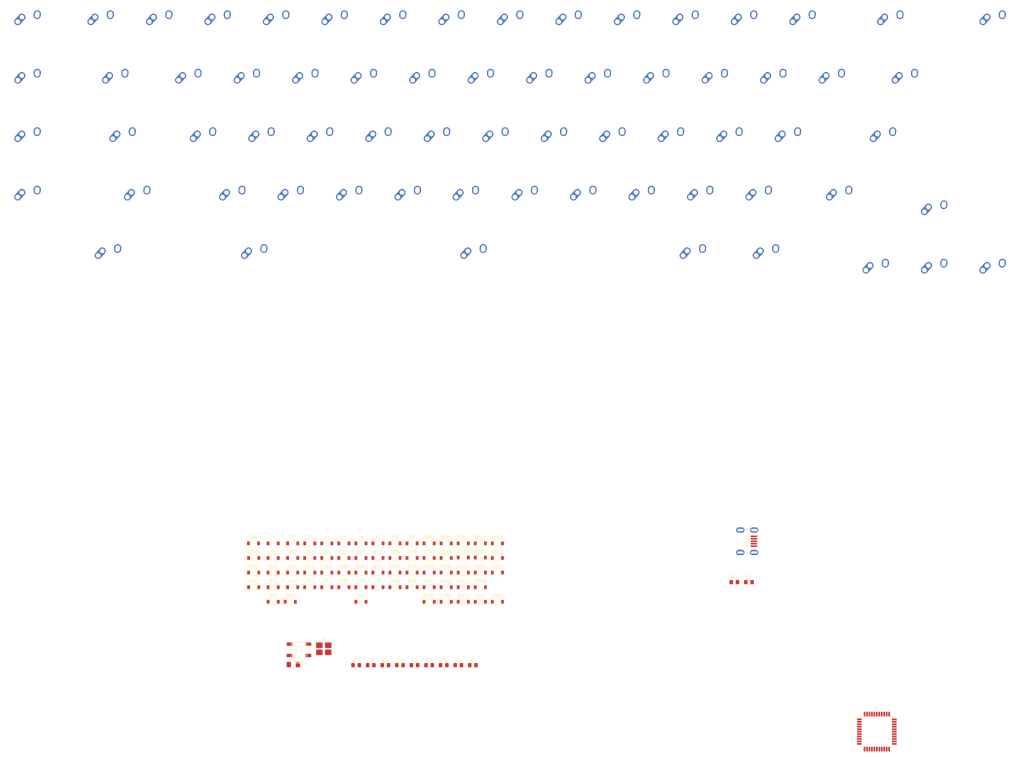
<source format=kicad_pcb>
(kicad_pcb (version 20171130) (host pcbnew "(5.1.4)-1")
  (layers (0 F.Cu signal) (31 B.Cu signal) (34 B.Paste user) (35 F.Paste user) (36 B.SilkS user) (37 F.SilkS user) (38 B.Mask user) (39 F.Mask user) (44 Edge.Cuts user))
  (net 0 "")
  (net 1 GND)
  (net 2 "Net-(C1-Pad1)")
  (net 3 "Net-(C2-Pad1)")
  (net 4 "Net-(C3-Pad1)")
  (net 5 +5V)
  (net 6 "Net-(D0-Pad2)")
  (net 7 ROW0)
  (net 8 "Net-(D1-Pad2)")
  (net 9 "Net-(D2-Pad2)")
  (net 10 "Net-(D3-Pad2)")
  (net 11 "Net-(D4-Pad2)")
  (net 12 "Net-(D5-Pad2)")
  (net 13 "Net-(D6-Pad2)")
  (net 14 "Net-(D7-Pad2)")
  (net 15 "Net-(D8-Pad2)")
  (net 16 "Net-(D9-Pad2)")
  (net 17 "Net-(D10-Pad2)")
  (net 18 ROW1)
  (net 19 "Net-(D11-Pad2)")
  (net 20 "Net-(D12-Pad2)")
  (net 21 "Net-(D13-Pad2)")
  (net 22 "Net-(D14-Pad2)")
  (net 23 "Net-(D15-Pad2)")
  (net 24 "Net-(D16-Pad2)")
  (net 25 "Net-(D17-Pad2)")
  (net 26 "Net-(D18-Pad2)")
  (net 27 "Net-(D19-Pad2)")
  (net 28 "Net-(D20-Pad2)")
  (net 29 ROW2)
  (net 30 "Net-(D21-Pad2)")
  (net 31 "Net-(D22-Pad2)")
  (net 32 "Net-(D23-Pad2)")
  (net 33 "Net-(D24-Pad2)")
  (net 34 "Net-(D25-Pad2)")
  (net 35 "Net-(D26-Pad2)")
  (net 36 "Net-(D27-Pad2)")
  (net 37 "Net-(D28-Pad2)")
  (net 38 "Net-(D29-Pad2)")
  (net 39 "Net-(D30-Pad2)")
  (net 40 ROW3)
  (net 41 "Net-(D31-Pad2)")
  (net 42 "Net-(D32-Pad2)")
  (net 43 "Net-(D33-Pad2)")
  (net 44 "Net-(D34-Pad2)")
  (net 45 "Net-(D35-Pad2)")
  (net 46 "Net-(D36-Pad2)")
  (net 47 "Net-(D37-Pad2)")
  (net 48 "Net-(D38-Pad2)")
  (net 49 "Net-(D39-Pad2)")
  (net 50 "Net-(D41-Pad2)")
  (net 51 ROW4)
  (net 52 "Net-(D42-Pad2)")
  (net 53 "Net-(D46-Pad2)")
  (net 54 "Net-(D0A1-Pad2)")
  (net 55 "Net-(D0B1-Pad2)")
  (net 56 "Net-(D0C1-Pad2)")
  (net 57 "Net-(D0D1-Pad2)")
  (net 58 "Net-(D0E1-Pad2)")
  (net 59 "Net-(D1A1-Pad2)")
  (net 60 "Net-(D1B1-Pad2)")
  (net 61 "Net-(D1C1-Pad2)")
  (net 62 "Net-(D1D1-Pad2)")
  (net 63 "Net-(D1E1-Pad2)")
  (net 64 "Net-(D2A1-Pad2)")
  (net 65 "Net-(D2B1-Pad2)")
  (net 66 "Net-(D2C1-Pad2)")
  (net 67 "Net-(D2D1-Pad2)")
  (net 68 "Net-(D2E1-Pad2)")
  (net 69 "Net-(D3A1-Pad2)")
  (net 70 "Net-(D3B1-Pad2)")
  (net 71 "Net-(D3C1-Pad2)")
  (net 72 "Net-(D3D1-Pad2)")
  (net 73 "Net-(D4A1-Pad2)")
  (net 74 "Net-(D4B1-Pad2)")
  (net 75 "Net-(D4C1-Pad2)")
  (net 76 "Net-(D4D1-Pad2)")
  (net 77 "Net-(D4E1-Pad2)")
  (net 78 VCC)
  (net 79 COL0)
  (net 80 COL1)
  (net 81 COL2)
  (net 82 COL3)
  (net 83 COL4)
  (net 84 COL5)
  (net 85 COL6)
  (net 86 COL7)
  (net 87 COL8)
  (net 88 COL9)
  (net 89 COL10)
  (net 90 COL11)
  (net 91 COL12)
  (net 92 COL13)
  (net 93 COL14)
  (net 94 "Net-(R1-Pad2)")
  (net 95 D+)
  (net 96 "Net-(R2-Pad1)")
  (net 97 D-)
  (net 98 "Net-(R3-Pad1)")
  (net 99 "Net-(R4-Pad2)")
  (net 100 "Net-(U1-Pad42)")
  (net 101 "Net-(U1-Pad36)")
  (net 102 "Net-(U1-Pad32)")
  (net 103 "Net-(U1-Pad22)")
  (net 104 "Net-(U1-Pad12)")
  (net 105 "Net-(U1-Pad1)")
  (net 106 "Net-(USB1-Pad6)")
  (net 107 "Net-(USB1-Pad2)")
  (module Crystal:Crystal_SMD_3225-4Pin_3.2x2.5mm_HandSoldering (layer F.Cu) (at 141.9 313.7375)
    (fp_text reference Y1 (at 0 -3.05) (layer F.SilkS))
    (fp_text value 16MHz)
    (pad 4 smd rect (at -1.45 -1.15) (size 2.1 1.8) (layers F.Cu F.Paste F.Mask) (net 1 GND))
    (pad 3 smd rect (at 1.45 -1.15) (size 2.1 1.8) (layers F.Cu F.Paste F.Mask) (net 3 "Net-(C2-Pad1)"))
    (pad 2 smd rect (at 1.45 1.15) (size 2.1 1.8) (layers F.Cu F.Paste F.Mask) (net 1 GND))
    (pad 1 smd rect (at -1.45 1.15) (size 2.1 1.8) (layers F.Cu F.Paste F.Mask) (net 2 "Net-(C1-Pad1)"))
  )
  (module random-keyboard-parts:Molex-0548190589 (layer F.Cu) (at 277.55625 278.71325)
    (fp_text reference USB1 (at 2.032 0 90) (layer F.SilkS))
    (fp_text value Molex-0548190589)
    (pad 6 thru_hole oval (at 0 -3.65) (size 2.7 1.7) (drill oval 1.9 0.7) (layers *.Cu *.Mask) (net 106 "Net-(USB1-Pad6)"))
    (pad 6 thru_hole oval (at 0 3.65) (size 2.7 1.7) (drill oval 1.9 0.7) (layers *.Cu *.Mask) (net 106 "Net-(USB1-Pad6)"))
    (pad 6 thru_hole oval (at 4.5 3.65) (size 2.7 1.7) (drill oval 1.9 0.7) (layers *.Cu *.Mask) (net 106 "Net-(USB1-Pad6)"))
    (pad 6 thru_hole oval (at 4.5 -3.65) (size 2.7 1.7) (drill oval 1.9 0.7) (layers *.Cu *.Mask) (net 106 "Net-(USB1-Pad6)"))
    (pad 5 smd rect (at 4.5 -1.6) (size 2.25 0.5) (layers F.Cu F.Paste F.Mask) (net 78 VCC))
    (pad 4 smd rect (at 4.5 -0.8) (size 2.25 0.5) (layers F.Cu F.Paste F.Mask) (net 97 D-))
    (pad 3 smd rect (at 4.5 0) (size 2.25 0.5) (layers F.Cu F.Paste F.Mask) (net 95 D+))
    (pad 2 smd rect (at 4.5 0.8) (size 2.25 0.5) (layers F.Cu F.Paste F.Mask) (net 107 "Net-(USB1-Pad2)"))
    (pad 1 smd rect (at 4.5 1.6) (size 2.25 0.5) (layers F.Cu F.Paste F.Mask) (net 1 GND))
  )
  (module Package_QFP:TQFP-44_10x10mm_P0.8mm (layer F.Cu) (at 322.01625 340.75125)
    (fp_text reference U1 (at 0 -7.45) (layer F.SilkS))
    (fp_text value ATmega32U4-AU)
    (pad 44 smd rect (at -4 -5.7 90) (size 1.5 0.55) (layers F.Cu F.Paste F.Mask) (net 5 +5V))
    (pad 43 smd rect (at -3.2 -5.7 90) (size 1.5 0.55) (layers F.Cu F.Paste F.Mask) (net 1 GND))
    (pad 42 smd rect (at -2.4 -5.7 90) (size 1.5 0.55) (layers F.Cu F.Paste F.Mask) (net 100 "Net-(U1-Pad42)"))
    (pad 41 smd rect (at -1.6 -5.7 90) (size 1.5 0.55) (layers F.Cu F.Paste F.Mask) (net 7 ROW0))
    (pad 40 smd rect (at -0.8 -5.7 90) (size 1.5 0.55) (layers F.Cu F.Paste F.Mask) (net 18 ROW1))
    (pad 39 smd rect (at 0 -5.7 90) (size 1.5 0.55) (layers F.Cu F.Paste F.Mask) (net 29 ROW2))
    (pad 38 smd rect (at 0.8 -5.7 90) (size 1.5 0.55) (layers F.Cu F.Paste F.Mask) (net 40 ROW3))
    (pad 37 smd rect (at 1.6 -5.7 90) (size 1.5 0.55) (layers F.Cu F.Paste F.Mask) (net 51 ROW4))
    (pad 36 smd rect (at 2.4 -5.7 90) (size 1.5 0.55) (layers F.Cu F.Paste F.Mask) (net 101 "Net-(U1-Pad36)"))
    (pad 35 smd rect (at 3.2 -5.7 90) (size 1.5 0.55) (layers F.Cu F.Paste F.Mask) (net 1 GND))
    (pad 34 smd rect (at 4 -5.7 90) (size 1.5 0.55) (layers F.Cu F.Paste F.Mask) (net 5 +5V))
    (pad 33 smd rect (at 5.7 -4) (size 1.5 0.55) (layers F.Cu F.Paste F.Mask) (net 99 "Net-(R4-Pad2)"))
    (pad 32 smd rect (at 5.7 -3.2) (size 1.5 0.55) (layers F.Cu F.Paste F.Mask) (net 102 "Net-(U1-Pad32)"))
    (pad 31 smd rect (at 5.7 -2.4) (size 1.5 0.55) (layers F.Cu F.Paste F.Mask) (net 83 COL4))
    (pad 30 smd rect (at 5.7 -1.6) (size 1.5 0.55) (layers F.Cu F.Paste F.Mask) (net 84 COL5))
    (pad 29 smd rect (at 5.7 -0.8) (size 1.5 0.55) (layers F.Cu F.Paste F.Mask) (net 85 COL6))
    (pad 28 smd rect (at 5.7 0) (size 1.5 0.55) (layers F.Cu F.Paste F.Mask) (net 86 COL7))
    (pad 27 smd rect (at 5.7 0.8) (size 1.5 0.55) (layers F.Cu F.Paste F.Mask) (net 87 COL8))
    (pad 26 smd rect (at 5.7 1.6) (size 1.5 0.55) (layers F.Cu F.Paste F.Mask) (net 88 COL9))
    (pad 25 smd rect (at 5.7 2.4) (size 1.5 0.55) (layers F.Cu F.Paste F.Mask) (net 89 COL10))
    (pad 24 smd rect (at 5.7 3.2) (size 1.5 0.55) (layers F.Cu F.Paste F.Mask) (net 5 +5V))
    (pad 23 smd rect (at 5.7 4) (size 1.5 0.55) (layers F.Cu F.Paste F.Mask) (net 1 GND))
    (pad 22 smd rect (at 4 5.7 90) (size 1.5 0.55) (layers F.Cu F.Paste F.Mask) (net 103 "Net-(U1-Pad22)"))
    (pad 21 smd rect (at 3.2 5.7 90) (size 1.5 0.55) (layers F.Cu F.Paste F.Mask) (net 90 COL11))
    (pad 20 smd rect (at 2.4 5.7 90) (size 1.5 0.55) (layers F.Cu F.Paste F.Mask) (net 91 COL12))
    (pad 19 smd rect (at 1.6 5.7 90) (size 1.5 0.55) (layers F.Cu F.Paste F.Mask) (net 92 COL13))
    (pad 18 smd rect (at 0.8 5.7 90) (size 1.5 0.55) (layers F.Cu F.Paste F.Mask) (net 93 COL14))
    (pad 17 smd rect (at 0 5.7 90) (size 1.5 0.55) (layers F.Cu F.Paste F.Mask) (net 2 "Net-(C1-Pad1)"))
    (pad 16 smd rect (at -0.8 5.7 90) (size 1.5 0.55) (layers F.Cu F.Paste F.Mask) (net 3 "Net-(C2-Pad1)"))
    (pad 15 smd rect (at -1.6 5.7 90) (size 1.5 0.55) (layers F.Cu F.Paste F.Mask) (net 1 GND))
    (pad 14 smd rect (at -2.4 5.7 90) (size 1.5 0.55) (layers F.Cu F.Paste F.Mask) (net 5 +5V))
    (pad 13 smd rect (at -3.2 5.7 90) (size 1.5 0.55) (layers F.Cu F.Paste F.Mask) (net 94 "Net-(R1-Pad2)"))
    (pad 12 smd rect (at -4 5.7 90) (size 1.5 0.55) (layers F.Cu F.Paste F.Mask) (net 104 "Net-(U1-Pad12)"))
    (pad 11 smd rect (at -5.7 4) (size 1.5 0.55) (layers F.Cu F.Paste F.Mask) (net 82 COL3))
    (pad 10 smd rect (at -5.7 3.2) (size 1.5 0.55) (layers F.Cu F.Paste F.Mask) (net 81 COL2))
    (pad 9 smd rect (at -5.7 2.4) (size 1.5 0.55) (layers F.Cu F.Paste F.Mask) (net 80 COL1))
    (pad 8 smd rect (at -5.7 1.6) (size 1.5 0.55) (layers F.Cu F.Paste F.Mask) (net 79 COL0))
    (pad 7 smd rect (at -5.7 0.8) (size 1.5 0.55) (layers F.Cu F.Paste F.Mask) (net 5 +5V))
    (pad 6 smd rect (at -5.7 0) (size 1.5 0.55) (layers F.Cu F.Paste F.Mask) (net 4 "Net-(C3-Pad1)"))
    (pad 5 smd rect (at -5.7 -0.8) (size 1.5 0.55) (layers F.Cu F.Paste F.Mask) (net 1 GND))
    (pad 4 smd rect (at -5.7 -1.6) (size 1.5 0.55) (layers F.Cu F.Paste F.Mask) (net 96 "Net-(R2-Pad1)"))
    (pad 3 smd rect (at -5.7 -2.4) (size 1.5 0.55) (layers F.Cu F.Paste F.Mask) (net 98 "Net-(R3-Pad1)"))
    (pad 2 smd rect (at -5.7 -3.2) (size 1.5 0.55) (layers F.Cu F.Paste F.Mask) (net 5 +5V))
    (pad 1 smd rect (at -5.7 -4) (size 1.5 0.55) (layers F.Cu F.Paste F.Mask) (net 105 "Net-(U1-Pad1)"))
  )
  (module random-keyboard-parts:SKQG-1155865 (layer F.Cu) (at 133.8 314.0875)
    (fp_text reference SW1 (at 0 4.064) (layer F.SilkS))
    (fp_text value SW_Push)
    (pad 4 smd rect (at -3.1 1.85) (size 1.8 1.1) (layers F.Cu F.Paste F.Mask))
    (pad 3 smd rect (at 3.1 -1.85) (size 1.8 1.1) (layers F.Cu F.Paste F.Mask))
    (pad 2 smd rect (at -3.1 -1.85) (size 1.8 1.1) (layers F.Cu F.Paste F.Mask) (net 94 "Net-(R1-Pad2)"))
    (pad 1 smd rect (at 3.1 1.85) (size 1.8 1.1) (layers F.Cu F.Paste F.Mask) (net 1 GND))
  )
  (module Resistor_SMD:R_0805_2012Metric_Pad1.15x1.40mm_HandSolder (layer F.Cu) (at 185.7 319.0875)
    (fp_text reference R4 (at 0 -1.65) (layer F.SilkS))
    (fp_text value 10k)
    (pad 2 smd roundrect (at 1.025 0) (size 1.15 1.4) (layers F.Cu F.Paste F.Mask) (roundrect_rratio 0.217391) (net 99 "Net-(R4-Pad2)"))
    (pad 1 smd roundrect (at -1.025 0) (size 1.15 1.4) (layers F.Cu F.Paste F.Mask) (roundrect_rratio 0.217391) (net 1 GND))
  )
  (module Resistor_SMD:R_0805_2012Metric_Pad1.15x1.40mm_HandSolder (layer F.Cu) (at 190.45 319.0875)
    (fp_text reference R3 (at 0 -1.65) (layer F.SilkS))
    (fp_text value 22)
    (pad 2 smd roundrect (at 1.025 0) (size 1.15 1.4) (layers F.Cu F.Paste F.Mask) (roundrect_rratio 0.217391) (net 97 D-))
    (pad 1 smd roundrect (at -1.025 0) (size 1.15 1.4) (layers F.Cu F.Paste F.Mask) (roundrect_rratio 0.217391) (net 98 "Net-(R3-Pad1)"))
  )
  (module Resistor_SMD:R_0805_2012Metric_Pad1.15x1.40mm_HandSolder (layer F.Cu) (at 275.60625 292.03125)
    (fp_text reference R2 (at 0 -1.65) (layer F.SilkS))
    (fp_text value 22)
    (pad 2 smd roundrect (at 1.025 0) (size 1.15 1.4) (layers F.Cu F.Paste F.Mask) (roundrect_rratio 0.217391) (net 95 D+))
    (pad 1 smd roundrect (at -1.025 0) (size 1.15 1.4) (layers F.Cu F.Paste F.Mask) (roundrect_rratio 0.217391) (net 96 "Net-(R2-Pad1)"))
  )
  (module Resistor_SMD:R_0805_2012Metric_Pad1.15x1.40mm_HandSolder (layer F.Cu) (at 280.35625 292.03125)
    (fp_text reference R1 (at 0 -1.65) (layer F.SilkS))
    (fp_text value 10k)
    (pad 2 smd roundrect (at 1.025 0) (size 1.15 1.4) (layers F.Cu F.Paste F.Mask) (roundrect_rratio 0.217391) (net 94 "Net-(R1-Pad2)"))
    (pad 1 smd roundrect (at -1.025 0) (size 1.15 1.4) (layers F.Cu F.Paste F.Mask) (roundrect_rratio 0.217391) (net 5 +5V))
  )
  (module MX_Alps_Hybrid_SW:MX-1U-NoLED (layer F.Cu) (at 360.3625 192.88125)
    (fp_text reference MX4E1)
    (fp_text value MX-NoLED)
    (pad "" np_thru_hole circle (at 5.08 0 48.0996) (size 1.75 1.75) (drill 1.75) (layers *.Cu *.Mask))
    (pad "" np_thru_hole circle (at -5.08 0 48.0996) (size 1.75 1.75) (drill 1.75) (layers *.Cu *.Mask))
    (pad 1 thru_hole circle (at -2.5 -4) (size 2.25 2.25) (drill 1.47) (layers *.Cu B.Mask) (net 93 COL14))
    (pad "" np_thru_hole circle (at 0 0) (size 3.9878 3.9878) (drill 3.9878) (layers *.Cu *.Mask))
    (pad 1 thru_hole oval (at -3.81 -2.54 48.0996) (size 4.211556 2.25) (drill 1.47 (offset 0.980778 0)) (layers *.Cu B.Mask) (net 93 COL14))
    (pad 2 thru_hole circle (at 2.54 -5.08) (size 2.25 2.25) (drill 1.47) (layers *.Cu B.Mask) (net 77 "Net-(D4E1-Pad2)"))
    (pad 2 thru_hole oval (at 2.5 -4.5 86.0548) (size 2.831378 2.25) (drill 1.47 (offset 0.290689 0)) (layers *.Cu B.Mask) (net 77 "Net-(D4E1-Pad2)"))
  )
  (module MX_Alps_Hybrid_SW:MX-1U-NoLED (layer F.Cu) (at 341.3125 192.88125)
    (fp_text reference MX4D1)
    (fp_text value MX-NoLED)
    (pad "" np_thru_hole circle (at 5.08 0 48.0996) (size 1.75 1.75) (drill 1.75) (layers *.Cu *.Mask))
    (pad "" np_thru_hole circle (at -5.08 0 48.0996) (size 1.75 1.75) (drill 1.75) (layers *.Cu *.Mask))
    (pad 1 thru_hole circle (at -2.5 -4) (size 2.25 2.25) (drill 1.47) (layers *.Cu B.Mask) (net 92 COL13))
    (pad "" np_thru_hole circle (at 0 0) (size 3.9878 3.9878) (drill 3.9878) (layers *.Cu *.Mask))
    (pad 1 thru_hole oval (at -3.81 -2.54 48.0996) (size 4.211556 2.25) (drill 1.47 (offset 0.980778 0)) (layers *.Cu B.Mask) (net 92 COL13))
    (pad 2 thru_hole circle (at 2.54 -5.08) (size 2.25 2.25) (drill 1.47) (layers *.Cu B.Mask) (net 76 "Net-(D4D1-Pad2)"))
    (pad 2 thru_hole oval (at 2.5 -4.5 86.0548) (size 2.831378 2.25) (drill 1.47 (offset 0.290689 0)) (layers *.Cu B.Mask) (net 76 "Net-(D4D1-Pad2)"))
  )
  (module MX_Alps_Hybrid_SW:MX-1U-NoLED (layer F.Cu) (at 322.2625 192.88125)
    (fp_text reference MX4C1)
    (fp_text value MX-NoLED)
    (pad "" np_thru_hole circle (at 5.08 0 48.0996) (size 1.75 1.75) (drill 1.75) (layers *.Cu *.Mask))
    (pad "" np_thru_hole circle (at -5.08 0 48.0996) (size 1.75 1.75) (drill 1.75) (layers *.Cu *.Mask))
    (pad 1 thru_hole circle (at -2.5 -4) (size 2.25 2.25) (drill 1.47) (layers *.Cu B.Mask) (net 91 COL12))
    (pad "" np_thru_hole circle (at 0 0) (size 3.9878 3.9878) (drill 3.9878) (layers *.Cu *.Mask))
    (pad 1 thru_hole oval (at -3.81 -2.54 48.0996) (size 4.211556 2.25) (drill 1.47 (offset 0.980778 0)) (layers *.Cu B.Mask) (net 91 COL12))
    (pad 2 thru_hole circle (at 2.54 -5.08) (size 2.25 2.25) (drill 1.47) (layers *.Cu B.Mask) (net 75 "Net-(D4C1-Pad2)"))
    (pad 2 thru_hole oval (at 2.5 -4.5 86.0548) (size 2.831378 2.25) (drill 1.47 (offset 0.290689 0)) (layers *.Cu B.Mask) (net 75 "Net-(D4C1-Pad2)"))
  )
  (module MX_Alps_Hybrid_SW:MX-1.25U-NoLED (layer F.Cu) (at 286.54375 188.11875)
    (fp_text reference MX4B1)
    (fp_text value MX-NoLED)
    (pad "" np_thru_hole circle (at 5.08 0 48.0996) (size 1.75 1.75) (drill 1.75) (layers *.Cu *.Mask))
    (pad "" np_thru_hole circle (at -5.08 0 48.0996) (size 1.75 1.75) (drill 1.75) (layers *.Cu *.Mask))
    (pad 1 thru_hole circle (at -2.5 -4) (size 2.25 2.25) (drill 1.47) (layers *.Cu B.Mask) (net 90 COL11))
    (pad "" np_thru_hole circle (at 0 0) (size 3.9878 3.9878) (drill 3.9878) (layers *.Cu *.Mask))
    (pad 1 thru_hole oval (at -3.81 -2.54 48.0996) (size 4.211556 2.25) (drill 1.47 (offset 0.980778 0)) (layers *.Cu B.Mask) (net 90 COL11))
    (pad 2 thru_hole circle (at 2.54 -5.08) (size 2.25 2.25) (drill 1.47) (layers *.Cu B.Mask) (net 74 "Net-(D4B1-Pad2)"))
    (pad 2 thru_hole oval (at 2.5 -4.5 86.0548) (size 2.831378 2.25) (drill 1.47 (offset 0.290689 0)) (layers *.Cu B.Mask) (net 74 "Net-(D4B1-Pad2)"))
  )
  (module MX_Alps_Hybrid_SW:MX-1.25U-NoLED (layer F.Cu) (at 262.73125 188.11875)
    (fp_text reference MX4A1)
    (fp_text value MX-NoLED)
    (pad "" np_thru_hole circle (at 5.08 0 48.0996) (size 1.75 1.75) (drill 1.75) (layers *.Cu *.Mask))
    (pad "" np_thru_hole circle (at -5.08 0 48.0996) (size 1.75 1.75) (drill 1.75) (layers *.Cu *.Mask))
    (pad 1 thru_hole circle (at -2.5 -4) (size 2.25 2.25) (drill 1.47) (layers *.Cu B.Mask) (net 89 COL10))
    (pad "" np_thru_hole circle (at 0 0) (size 3.9878 3.9878) (drill 3.9878) (layers *.Cu *.Mask))
    (pad 1 thru_hole oval (at -3.81 -2.54 48.0996) (size 4.211556 2.25) (drill 1.47 (offset 0.980778 0)) (layers *.Cu B.Mask) (net 89 COL10))
    (pad 2 thru_hole circle (at 2.54 -5.08) (size 2.25 2.25) (drill 1.47) (layers *.Cu B.Mask) (net 73 "Net-(D4A1-Pad2)"))
    (pad 2 thru_hole oval (at 2.5 -4.5 86.0548) (size 2.831378 2.25) (drill 1.47 (offset 0.290689 0)) (layers *.Cu B.Mask) (net 73 "Net-(D4A1-Pad2)"))
  )
  (module MX_Alps_Hybrid_SW:MX-1U-NoLED (layer F.Cu) (at 341.3125 173.83125)
    (fp_text reference MX3D1)
    (fp_text value MX-NoLED)
    (pad "" np_thru_hole circle (at 5.08 0 48.0996) (size 1.75 1.75) (drill 1.75) (layers *.Cu *.Mask))
    (pad "" np_thru_hole circle (at -5.08 0 48.0996) (size 1.75 1.75) (drill 1.75) (layers *.Cu *.Mask))
    (pad 1 thru_hole circle (at -2.5 -4) (size 2.25 2.25) (drill 1.47) (layers *.Cu B.Mask) (net 92 COL13))
    (pad "" np_thru_hole circle (at 0 0) (size 3.9878 3.9878) (drill 3.9878) (layers *.Cu *.Mask))
    (pad 1 thru_hole oval (at -3.81 -2.54 48.0996) (size 4.211556 2.25) (drill 1.47 (offset 0.980778 0)) (layers *.Cu B.Mask) (net 92 COL13))
    (pad 2 thru_hole circle (at 2.54 -5.08) (size 2.25 2.25) (drill 1.47) (layers *.Cu B.Mask) (net 72 "Net-(D3D1-Pad2)"))
    (pad 2 thru_hole oval (at 2.5 -4.5 86.0548) (size 2.831378 2.25) (drill 1.47 (offset 0.290689 0)) (layers *.Cu B.Mask) (net 72 "Net-(D3D1-Pad2)"))
  )
  (module MX_Alps_Hybrid_SW:MX-1.75U-NoLED (layer F.Cu) (at 310.35625 169.06875)
    (fp_text reference MX3C1)
    (fp_text value MX-NoLED)
    (pad "" np_thru_hole circle (at 5.08 0 48.0996) (size 1.75 1.75) (drill 1.75) (layers *.Cu *.Mask))
    (pad "" np_thru_hole circle (at -5.08 0 48.0996) (size 1.75 1.75) (drill 1.75) (layers *.Cu *.Mask))
    (pad 1 thru_hole circle (at -2.5 -4) (size 2.25 2.25) (drill 1.47) (layers *.Cu B.Mask) (net 91 COL12))
    (pad "" np_thru_hole circle (at 0 0) (size 3.9878 3.9878) (drill 3.9878) (layers *.Cu *.Mask))
    (pad 1 thru_hole oval (at -3.81 -2.54 48.0996) (size 4.211556 2.25) (drill 1.47 (offset 0.980778 0)) (layers *.Cu B.Mask) (net 91 COL12))
    (pad 2 thru_hole circle (at 2.54 -5.08) (size 2.25 2.25) (drill 1.47) (layers *.Cu B.Mask) (net 71 "Net-(D3C1-Pad2)"))
    (pad 2 thru_hole oval (at 2.5 -4.5 86.0548) (size 2.831378 2.25) (drill 1.47 (offset 0.290689 0)) (layers *.Cu B.Mask) (net 71 "Net-(D3C1-Pad2)"))
  )
  (module MX_Alps_Hybrid_SW:MX-1U-NoLED (layer F.Cu) (at 284.1625 169.06875)
    (fp_text reference MX3B1)
    (fp_text value MX-NoLED)
    (pad "" np_thru_hole circle (at 5.08 0 48.0996) (size 1.75 1.75) (drill 1.75) (layers *.Cu *.Mask))
    (pad "" np_thru_hole circle (at -5.08 0 48.0996) (size 1.75 1.75) (drill 1.75) (layers *.Cu *.Mask))
    (pad 1 thru_hole circle (at -2.5 -4) (size 2.25 2.25) (drill 1.47) (layers *.Cu B.Mask) (net 90 COL11))
    (pad "" np_thru_hole circle (at 0 0) (size 3.9878 3.9878) (drill 3.9878) (layers *.Cu *.Mask))
    (pad 1 thru_hole oval (at -3.81 -2.54 48.0996) (size 4.211556 2.25) (drill 1.47 (offset 0.980778 0)) (layers *.Cu B.Mask) (net 90 COL11))
    (pad 2 thru_hole circle (at 2.54 -5.08) (size 2.25 2.25) (drill 1.47) (layers *.Cu B.Mask) (net 70 "Net-(D3B1-Pad2)"))
    (pad 2 thru_hole oval (at 2.5 -4.5 86.0548) (size 2.831378 2.25) (drill 1.47 (offset 0.290689 0)) (layers *.Cu B.Mask) (net 70 "Net-(D3B1-Pad2)"))
  )
  (module MX_Alps_Hybrid_SW:MX-1U-NoLED (layer F.Cu) (at 265.1125 169.06875)
    (fp_text reference MX3A1)
    (fp_text value MX-NoLED)
    (pad "" np_thru_hole circle (at 5.08 0 48.0996) (size 1.75 1.75) (drill 1.75) (layers *.Cu *.Mask))
    (pad "" np_thru_hole circle (at -5.08 0 48.0996) (size 1.75 1.75) (drill 1.75) (layers *.Cu *.Mask))
    (pad 1 thru_hole circle (at -2.5 -4) (size 2.25 2.25) (drill 1.47) (layers *.Cu B.Mask) (net 89 COL10))
    (pad "" np_thru_hole circle (at 0 0) (size 3.9878 3.9878) (drill 3.9878) (layers *.Cu *.Mask))
    (pad 1 thru_hole oval (at -3.81 -2.54 48.0996) (size 4.211556 2.25) (drill 1.47 (offset 0.980778 0)) (layers *.Cu B.Mask) (net 89 COL10))
    (pad 2 thru_hole circle (at 2.54 -5.08) (size 2.25 2.25) (drill 1.47) (layers *.Cu B.Mask) (net 69 "Net-(D3A1-Pad2)"))
    (pad 2 thru_hole oval (at 2.5 -4.5 86.0548) (size 2.831378 2.25) (drill 1.47 (offset 0.290689 0)) (layers *.Cu B.Mask) (net 69 "Net-(D3A1-Pad2)"))
  )
  (module MX_Alps_Hybrid_SW:MX-1U-NoLED (layer F.Cu) (at 360.3625 111.91875)
    (fp_text reference MX2E1)
    (fp_text value MX-NoLED)
    (pad "" np_thru_hole circle (at 5.08 0 48.0996) (size 1.75 1.75) (drill 1.75) (layers *.Cu *.Mask))
    (pad "" np_thru_hole circle (at -5.08 0 48.0996) (size 1.75 1.75) (drill 1.75) (layers *.Cu *.Mask))
    (pad 1 thru_hole circle (at -2.5 -4) (size 2.25 2.25) (drill 1.47) (layers *.Cu B.Mask) (net 93 COL14))
    (pad "" np_thru_hole circle (at 0 0) (size 3.9878 3.9878) (drill 3.9878) (layers *.Cu *.Mask))
    (pad 1 thru_hole oval (at -3.81 -2.54 48.0996) (size 4.211556 2.25) (drill 1.47 (offset 0.980778 0)) (layers *.Cu B.Mask) (net 93 COL14))
    (pad 2 thru_hole circle (at 2.54 -5.08) (size 2.25 2.25) (drill 1.47) (layers *.Cu B.Mask) (net 68 "Net-(D2E1-Pad2)"))
    (pad 2 thru_hole oval (at 2.5 -4.5 86.0548) (size 2.831378 2.25) (drill 1.47 (offset 0.290689 0)) (layers *.Cu B.Mask) (net 68 "Net-(D2E1-Pad2)"))
  )
  (module MX_Alps_Hybrid_SW:MX-2.25U-NoLED (layer F.Cu) (at 324.64375 150.01875)
    (fp_text reference MX2D1)
    (fp_text value MX-NoLED)
    (pad "" np_thru_hole circle (at 11.938 8.255) (size 3.9878 3.9878) (drill 3.9878) (layers *.Cu *.Mask))
    (pad "" np_thru_hole circle (at -11.938 8.255) (size 3.9878 3.9878) (drill 3.9878) (layers *.Cu *.Mask))
    (pad "" np_thru_hole circle (at 11.938 -6.985) (size 3.048 3.048) (drill 3.048) (layers *.Cu *.Mask))
    (pad "" np_thru_hole circle (at -11.938 -6.985) (size 3.048 3.048) (drill 3.048) (layers *.Cu *.Mask))
    (pad "" np_thru_hole circle (at 5.08 0 48.0996) (size 1.75 1.75) (drill 1.75) (layers *.Cu *.Mask))
    (pad "" np_thru_hole circle (at -5.08 0 48.0996) (size 1.75 1.75) (drill 1.75) (layers *.Cu *.Mask))
    (pad 1 thru_hole circle (at -2.5 -4) (size 2.25 2.25) (drill 1.47) (layers *.Cu B.Mask) (net 92 COL13))
    (pad "" np_thru_hole circle (at 0 0) (size 3.9878 3.9878) (drill 3.9878) (layers *.Cu *.Mask))
    (pad 1 thru_hole oval (at -3.81 -2.54 48.0996) (size 4.211556 2.25) (drill 1.47 (offset 0.980778 0)) (layers *.Cu B.Mask) (net 92 COL13))
    (pad 2 thru_hole circle (at 2.54 -5.08) (size 2.25 2.25) (drill 1.47) (layers *.Cu B.Mask) (net 67 "Net-(D2D1-Pad2)"))
    (pad 2 thru_hole oval (at 2.5 -4.5 86.0548) (size 2.831378 2.25) (drill 1.47 (offset 0.290689 0)) (layers *.Cu B.Mask) (net 67 "Net-(D2D1-Pad2)"))
  )
  (module MX_Alps_Hybrid_SW:MX-1U-NoLED (layer F.Cu) (at 293.6875 150.01875)
    (fp_text reference MX2C1)
    (fp_text value MX-NoLED)
    (pad "" np_thru_hole circle (at 5.08 0 48.0996) (size 1.75 1.75) (drill 1.75) (layers *.Cu *.Mask))
    (pad "" np_thru_hole circle (at -5.08 0 48.0996) (size 1.75 1.75) (drill 1.75) (layers *.Cu *.Mask))
    (pad 1 thru_hole circle (at -2.5 -4) (size 2.25 2.25) (drill 1.47) (layers *.Cu B.Mask) (net 91 COL12))
    (pad "" np_thru_hole circle (at 0 0) (size 3.9878 3.9878) (drill 3.9878) (layers *.Cu *.Mask))
    (pad 1 thru_hole oval (at -3.81 -2.54 48.0996) (size 4.211556 2.25) (drill 1.47 (offset 0.980778 0)) (layers *.Cu B.Mask) (net 91 COL12))
    (pad 2 thru_hole circle (at 2.54 -5.08) (size 2.25 2.25) (drill 1.47) (layers *.Cu B.Mask) (net 66 "Net-(D2C1-Pad2)"))
    (pad 2 thru_hole oval (at 2.5 -4.5 86.0548) (size 2.831378 2.25) (drill 1.47 (offset 0.290689 0)) (layers *.Cu B.Mask) (net 66 "Net-(D2C1-Pad2)"))
  )
  (module MX_Alps_Hybrid_SW:MX-1U-NoLED (layer F.Cu) (at 274.6375 150.01875)
    (fp_text reference MX2B1)
    (fp_text value MX-NoLED)
    (pad "" np_thru_hole circle (at 5.08 0 48.0996) (size 1.75 1.75) (drill 1.75) (layers *.Cu *.Mask))
    (pad "" np_thru_hole circle (at -5.08 0 48.0996) (size 1.75 1.75) (drill 1.75) (layers *.Cu *.Mask))
    (pad 1 thru_hole circle (at -2.5 -4) (size 2.25 2.25) (drill 1.47) (layers *.Cu B.Mask) (net 90 COL11))
    (pad "" np_thru_hole circle (at 0 0) (size 3.9878 3.9878) (drill 3.9878) (layers *.Cu *.Mask))
    (pad 1 thru_hole oval (at -3.81 -2.54 48.0996) (size 4.211556 2.25) (drill 1.47 (offset 0.980778 0)) (layers *.Cu B.Mask) (net 90 COL11))
    (pad 2 thru_hole circle (at 2.54 -5.08) (size 2.25 2.25) (drill 1.47) (layers *.Cu B.Mask) (net 65 "Net-(D2B1-Pad2)"))
    (pad 2 thru_hole oval (at 2.5 -4.5 86.0548) (size 2.831378 2.25) (drill 1.47 (offset 0.290689 0)) (layers *.Cu B.Mask) (net 65 "Net-(D2B1-Pad2)"))
  )
  (module MX_Alps_Hybrid_SW:MX-1U-NoLED (layer F.Cu) (at 255.5875 150.01875)
    (fp_text reference MX2A1)
    (fp_text value MX-NoLED)
    (pad "" np_thru_hole circle (at 5.08 0 48.0996) (size 1.75 1.75) (drill 1.75) (layers *.Cu *.Mask))
    (pad "" np_thru_hole circle (at -5.08 0 48.0996) (size 1.75 1.75) (drill 1.75) (layers *.Cu *.Mask))
    (pad 1 thru_hole circle (at -2.5 -4) (size 2.25 2.25) (drill 1.47) (layers *.Cu B.Mask) (net 89 COL10))
    (pad "" np_thru_hole circle (at 0 0) (size 3.9878 3.9878) (drill 3.9878) (layers *.Cu *.Mask))
    (pad 1 thru_hole oval (at -3.81 -2.54 48.0996) (size 4.211556 2.25) (drill 1.47 (offset 0.980778 0)) (layers *.Cu B.Mask) (net 89 COL10))
    (pad 2 thru_hole circle (at 2.54 -5.08) (size 2.25 2.25) (drill 1.47) (layers *.Cu B.Mask) (net 64 "Net-(D2A1-Pad2)"))
    (pad 2 thru_hole oval (at 2.5 -4.5 86.0548) (size 2.831378 2.25) (drill 1.47 (offset 0.290689 0)) (layers *.Cu B.Mask) (net 64 "Net-(D2A1-Pad2)"))
  )
  (module MX_Alps_Hybrid_SW:MX-1.5U-NoLED (layer F.Cu) (at 331.7875 130.96875)
    (fp_text reference MX1E1)
    (fp_text value MX-NoLED)
    (pad "" np_thru_hole circle (at 5.08 0 48.0996) (size 1.75 1.75) (drill 1.75) (layers *.Cu *.Mask))
    (pad "" np_thru_hole circle (at -5.08 0 48.0996) (size 1.75 1.75) (drill 1.75) (layers *.Cu *.Mask))
    (pad 1 thru_hole circle (at -2.5 -4) (size 2.25 2.25) (drill 1.47) (layers *.Cu B.Mask) (net 93 COL14))
    (pad "" np_thru_hole circle (at 0 0) (size 3.9878 3.9878) (drill 3.9878) (layers *.Cu *.Mask))
    (pad 1 thru_hole oval (at -3.81 -2.54 48.0996) (size 4.211556 2.25) (drill 1.47 (offset 0.980778 0)) (layers *.Cu B.Mask) (net 93 COL14))
    (pad 2 thru_hole circle (at 2.54 -5.08) (size 2.25 2.25) (drill 1.47) (layers *.Cu B.Mask) (net 63 "Net-(D1E1-Pad2)"))
    (pad 2 thru_hole oval (at 2.5 -4.5 86.0548) (size 2.831378 2.25) (drill 1.47 (offset 0.290689 0)) (layers *.Cu B.Mask) (net 63 "Net-(D1E1-Pad2)"))
  )
  (module MX_Alps_Hybrid_SW:MX-1U-NoLED (layer F.Cu) (at 307.975 130.96875)
    (fp_text reference MX1D1)
    (fp_text value MX-NoLED)
    (pad "" np_thru_hole circle (at 5.08 0 48.0996) (size 1.75 1.75) (drill 1.75) (layers *.Cu *.Mask))
    (pad "" np_thru_hole circle (at -5.08 0 48.0996) (size 1.75 1.75) (drill 1.75) (layers *.Cu *.Mask))
    (pad 1 thru_hole circle (at -2.5 -4) (size 2.25 2.25) (drill 1.47) (layers *.Cu B.Mask) (net 92 COL13))
    (pad "" np_thru_hole circle (at 0 0) (size 3.9878 3.9878) (drill 3.9878) (layers *.Cu *.Mask))
    (pad 1 thru_hole oval (at -3.81 -2.54 48.0996) (size 4.211556 2.25) (drill 1.47 (offset 0.980778 0)) (layers *.Cu B.Mask) (net 92 COL13))
    (pad 2 thru_hole circle (at 2.54 -5.08) (size 2.25 2.25) (drill 1.47) (layers *.Cu B.Mask) (net 62 "Net-(D1D1-Pad2)"))
    (pad 2 thru_hole oval (at 2.5 -4.5 86.0548) (size 2.831378 2.25) (drill 1.47 (offset 0.290689 0)) (layers *.Cu B.Mask) (net 62 "Net-(D1D1-Pad2)"))
  )
  (module MX_Alps_Hybrid_SW:MX-1U-NoLED (layer F.Cu) (at 288.925 130.96875)
    (fp_text reference MX1C1)
    (fp_text value MX-NoLED)
    (pad "" np_thru_hole circle (at 5.08 0 48.0996) (size 1.75 1.75) (drill 1.75) (layers *.Cu *.Mask))
    (pad "" np_thru_hole circle (at -5.08 0 48.0996) (size 1.75 1.75) (drill 1.75) (layers *.Cu *.Mask))
    (pad 1 thru_hole circle (at -2.5 -4) (size 2.25 2.25) (drill 1.47) (layers *.Cu B.Mask) (net 91 COL12))
    (pad "" np_thru_hole circle (at 0 0) (size 3.9878 3.9878) (drill 3.9878) (layers *.Cu *.Mask))
    (pad 1 thru_hole oval (at -3.81 -2.54 48.0996) (size 4.211556 2.25) (drill 1.47 (offset 0.980778 0)) (layers *.Cu B.Mask) (net 91 COL12))
    (pad 2 thru_hole circle (at 2.54 -5.08) (size 2.25 2.25) (drill 1.47) (layers *.Cu B.Mask) (net 61 "Net-(D1C1-Pad2)"))
    (pad 2 thru_hole oval (at 2.5 -4.5 86.0548) (size 2.831378 2.25) (drill 1.47 (offset 0.290689 0)) (layers *.Cu B.Mask) (net 61 "Net-(D1C1-Pad2)"))
  )
  (module MX_Alps_Hybrid_SW:MX-1U-NoLED (layer F.Cu) (at 269.875 130.96875)
    (fp_text reference MX1B1)
    (fp_text value MX-NoLED)
    (pad "" np_thru_hole circle (at 5.08 0 48.0996) (size 1.75 1.75) (drill 1.75) (layers *.Cu *.Mask))
    (pad "" np_thru_hole circle (at -5.08 0 48.0996) (size 1.75 1.75) (drill 1.75) (layers *.Cu *.Mask))
    (pad 1 thru_hole circle (at -2.5 -4) (size 2.25 2.25) (drill 1.47) (layers *.Cu B.Mask) (net 90 COL11))
    (pad "" np_thru_hole circle (at 0 0) (size 3.9878 3.9878) (drill 3.9878) (layers *.Cu *.Mask))
    (pad 1 thru_hole oval (at -3.81 -2.54 48.0996) (size 4.211556 2.25) (drill 1.47 (offset 0.980778 0)) (layers *.Cu B.Mask) (net 90 COL11))
    (pad 2 thru_hole circle (at 2.54 -5.08) (size 2.25 2.25) (drill 1.47) (layers *.Cu B.Mask) (net 60 "Net-(D1B1-Pad2)"))
    (pad 2 thru_hole oval (at 2.5 -4.5 86.0548) (size 2.831378 2.25) (drill 1.47 (offset 0.290689 0)) (layers *.Cu B.Mask) (net 60 "Net-(D1B1-Pad2)"))
  )
  (module MX_Alps_Hybrid_SW:MX-1U-NoLED (layer F.Cu) (at 250.825 130.96875)
    (fp_text reference MX1A1)
    (fp_text value MX-NoLED)
    (pad "" np_thru_hole circle (at 5.08 0 48.0996) (size 1.75 1.75) (drill 1.75) (layers *.Cu *.Mask))
    (pad "" np_thru_hole circle (at -5.08 0 48.0996) (size 1.75 1.75) (drill 1.75) (layers *.Cu *.Mask))
    (pad 1 thru_hole circle (at -2.5 -4) (size 2.25 2.25) (drill 1.47) (layers *.Cu B.Mask) (net 89 COL10))
    (pad "" np_thru_hole circle (at 0 0) (size 3.9878 3.9878) (drill 3.9878) (layers *.Cu *.Mask))
    (pad 1 thru_hole oval (at -3.81 -2.54 48.0996) (size 4.211556 2.25) (drill 1.47 (offset 0.980778 0)) (layers *.Cu B.Mask) (net 89 COL10))
    (pad 2 thru_hole circle (at 2.54 -5.08) (size 2.25 2.25) (drill 1.47) (layers *.Cu B.Mask) (net 59 "Net-(D1A1-Pad2)"))
    (pad 2 thru_hole oval (at 2.5 -4.5 86.0548) (size 2.831378 2.25) (drill 1.47 (offset 0.290689 0)) (layers *.Cu B.Mask) (net 59 "Net-(D1A1-Pad2)"))
  )
  (module MX_Alps_Hybrid_SW:MX-2U-NoLED (layer F.Cu) (at 327.025 111.91875)
    (fp_text reference MX0E1)
    (fp_text value MX-NoLED)
    (pad "" np_thru_hole circle (at 11.938 8.255) (size 3.9878 3.9878) (drill 3.9878) (layers *.Cu *.Mask))
    (pad "" np_thru_hole circle (at -11.938 8.255) (size 3.9878 3.9878) (drill 3.9878) (layers *.Cu *.Mask))
    (pad "" np_thru_hole circle (at 11.938 -6.985) (size 3.048 3.048) (drill 3.048) (layers *.Cu *.Mask))
    (pad "" np_thru_hole circle (at -11.938 -6.985) (size 3.048 3.048) (drill 3.048) (layers *.Cu *.Mask))
    (pad "" np_thru_hole circle (at 5.08 0 48.0996) (size 1.75 1.75) (drill 1.75) (layers *.Cu *.Mask))
    (pad "" np_thru_hole circle (at -5.08 0 48.0996) (size 1.75 1.75) (drill 1.75) (layers *.Cu *.Mask))
    (pad 1 thru_hole circle (at -2.5 -4) (size 2.25 2.25) (drill 1.47) (layers *.Cu B.Mask) (net 93 COL14))
    (pad "" np_thru_hole circle (at 0 0) (size 3.9878 3.9878) (drill 3.9878) (layers *.Cu *.Mask))
    (pad 1 thru_hole oval (at -3.81 -2.54 48.0996) (size 4.211556 2.25) (drill 1.47 (offset 0.980778 0)) (layers *.Cu B.Mask) (net 93 COL14))
    (pad 2 thru_hole circle (at 2.54 -5.08) (size 2.25 2.25) (drill 1.47) (layers *.Cu B.Mask) (net 58 "Net-(D0E1-Pad2)"))
    (pad 2 thru_hole oval (at 2.5 -4.5 86.0548) (size 2.831378 2.25) (drill 1.47 (offset 0.290689 0)) (layers *.Cu B.Mask) (net 58 "Net-(D0E1-Pad2)"))
  )
  (module MX_Alps_Hybrid_SW:MX-1U-NoLED (layer F.Cu) (at 298.45 111.91875)
    (fp_text reference MX0D1)
    (fp_text value MX-NoLED)
    (pad "" np_thru_hole circle (at 5.08 0 48.0996) (size 1.75 1.75) (drill 1.75) (layers *.Cu *.Mask))
    (pad "" np_thru_hole circle (at -5.08 0 48.0996) (size 1.75 1.75) (drill 1.75) (layers *.Cu *.Mask))
    (pad 1 thru_hole circle (at -2.5 -4) (size 2.25 2.25) (drill 1.47) (layers *.Cu B.Mask) (net 92 COL13))
    (pad "" np_thru_hole circle (at 0 0) (size 3.9878 3.9878) (drill 3.9878) (layers *.Cu *.Mask))
    (pad 1 thru_hole oval (at -3.81 -2.54 48.0996) (size 4.211556 2.25) (drill 1.47 (offset 0.980778 0)) (layers *.Cu B.Mask) (net 92 COL13))
    (pad 2 thru_hole circle (at 2.54 -5.08) (size 2.25 2.25) (drill 1.47) (layers *.Cu B.Mask) (net 57 "Net-(D0D1-Pad2)"))
    (pad 2 thru_hole oval (at 2.5 -4.5 86.0548) (size 2.831378 2.25) (drill 1.47 (offset 0.290689 0)) (layers *.Cu B.Mask) (net 57 "Net-(D0D1-Pad2)"))
  )
  (module MX_Alps_Hybrid_SW:MX-1U-NoLED (layer F.Cu) (at 279.4 111.91875)
    (fp_text reference MX0C1)
    (fp_text value MX-NoLED)
    (pad "" np_thru_hole circle (at 5.08 0 48.0996) (size 1.75 1.75) (drill 1.75) (layers *.Cu *.Mask))
    (pad "" np_thru_hole circle (at -5.08 0 48.0996) (size 1.75 1.75) (drill 1.75) (layers *.Cu *.Mask))
    (pad 1 thru_hole circle (at -2.5 -4) (size 2.25 2.25) (drill 1.47) (layers *.Cu B.Mask) (net 91 COL12))
    (pad "" np_thru_hole circle (at 0 0) (size 3.9878 3.9878) (drill 3.9878) (layers *.Cu *.Mask))
    (pad 1 thru_hole oval (at -3.81 -2.54 48.0996) (size 4.211556 2.25) (drill 1.47 (offset 0.980778 0)) (layers *.Cu B.Mask) (net 91 COL12))
    (pad 2 thru_hole circle (at 2.54 -5.08) (size 2.25 2.25) (drill 1.47) (layers *.Cu B.Mask) (net 56 "Net-(D0C1-Pad2)"))
    (pad 2 thru_hole oval (at 2.5 -4.5 86.0548) (size 2.831378 2.25) (drill 1.47 (offset 0.290689 0)) (layers *.Cu B.Mask) (net 56 "Net-(D0C1-Pad2)"))
  )
  (module MX_Alps_Hybrid_SW:MX-1U-NoLED (layer F.Cu) (at 260.35 111.91875)
    (fp_text reference MX0B1)
    (fp_text value MX-NoLED)
    (pad "" np_thru_hole circle (at 5.08 0 48.0996) (size 1.75 1.75) (drill 1.75) (layers *.Cu *.Mask))
    (pad "" np_thru_hole circle (at -5.08 0 48.0996) (size 1.75 1.75) (drill 1.75) (layers *.Cu *.Mask))
    (pad 1 thru_hole circle (at -2.5 -4) (size 2.25 2.25) (drill 1.47) (layers *.Cu B.Mask) (net 90 COL11))
    (pad "" np_thru_hole circle (at 0 0) (size 3.9878 3.9878) (drill 3.9878) (layers *.Cu *.Mask))
    (pad 1 thru_hole oval (at -3.81 -2.54 48.0996) (size 4.211556 2.25) (drill 1.47 (offset 0.980778 0)) (layers *.Cu B.Mask) (net 90 COL11))
    (pad 2 thru_hole circle (at 2.54 -5.08) (size 2.25 2.25) (drill 1.47) (layers *.Cu B.Mask) (net 55 "Net-(D0B1-Pad2)"))
    (pad 2 thru_hole oval (at 2.5 -4.5 86.0548) (size 2.831378 2.25) (drill 1.47 (offset 0.290689 0)) (layers *.Cu B.Mask) (net 55 "Net-(D0B1-Pad2)"))
  )
  (module MX_Alps_Hybrid_SW:MX-1U-NoLED (layer F.Cu) (at 241.3 111.91875)
    (fp_text reference MX0A1)
    (fp_text value MX-NoLED)
    (pad "" np_thru_hole circle (at 5.08 0 48.0996) (size 1.75 1.75) (drill 1.75) (layers *.Cu *.Mask))
    (pad "" np_thru_hole circle (at -5.08 0 48.0996) (size 1.75 1.75) (drill 1.75) (layers *.Cu *.Mask))
    (pad 1 thru_hole circle (at -2.5 -4) (size 2.25 2.25) (drill 1.47) (layers *.Cu B.Mask) (net 89 COL10))
    (pad "" np_thru_hole circle (at 0 0) (size 3.9878 3.9878) (drill 3.9878) (layers *.Cu *.Mask))
    (pad 1 thru_hole oval (at -3.81 -2.54 48.0996) (size 4.211556 2.25) (drill 1.47 (offset 0.980778 0)) (layers *.Cu B.Mask) (net 89 COL10))
    (pad 2 thru_hole circle (at 2.54 -5.08) (size 2.25 2.25) (drill 1.47) (layers *.Cu B.Mask) (net 54 "Net-(D0A1-Pad2)"))
    (pad 2 thru_hole oval (at 2.5 -4.5 86.0548) (size 2.831378 2.25) (drill 1.47 (offset 0.290689 0)) (layers *.Cu B.Mask) (net 54 "Net-(D0A1-Pad2)"))
  )
  (module MX_Alps_Hybrid_SW:MX-6.25U-NoLED (layer F.Cu) (at 191.29375 188.11875)
    (fp_text reference MX46)
    (fp_text value MX-NoLED)
    (pad "" np_thru_hole circle (at 49.9999 8.255) (size 3.9878 3.9878) (drill 3.9878) (layers *.Cu *.Mask))
    (pad "" np_thru_hole circle (at -49.9999 8.255) (size 3.9878 3.9878) (drill 3.9878) (layers *.Cu *.Mask))
    (pad "" np_thru_hole circle (at 49.9999 -6.985) (size 3.048 3.048) (drill 3.048) (layers *.Cu *.Mask))
    (pad "" np_thru_hole circle (at -49.9999 -6.985) (size 3.048 3.048) (drill 3.048) (layers *.Cu *.Mask))
    (pad "" np_thru_hole circle (at 5.08 0 48.0996) (size 1.75 1.75) (drill 1.75) (layers *.Cu *.Mask))
    (pad "" np_thru_hole circle (at -5.08 0 48.0996) (size 1.75 1.75) (drill 1.75) (layers *.Cu *.Mask))
    (pad 1 thru_hole circle (at -2.5 -4) (size 2.25 2.25) (drill 1.47) (layers *.Cu B.Mask) (net 85 COL6))
    (pad "" np_thru_hole circle (at 0 0) (size 3.9878 3.9878) (drill 3.9878) (layers *.Cu *.Mask))
    (pad 1 thru_hole oval (at -3.81 -2.54 48.0996) (size 4.211556 2.25) (drill 1.47 (offset 0.980778 0)) (layers *.Cu B.Mask) (net 85 COL6))
    (pad 2 thru_hole circle (at 2.54 -5.08) (size 2.25 2.25) (drill 1.47) (layers *.Cu B.Mask) (net 53 "Net-(D46-Pad2)"))
    (pad 2 thru_hole oval (at 2.5 -4.5 86.0548) (size 2.831378 2.25) (drill 1.47 (offset 0.290689 0)) (layers *.Cu B.Mask) (net 53 "Net-(D46-Pad2)"))
  )
  (module MX_Alps_Hybrid_SW:MX-1.25U-NoLED (layer F.Cu) (at 119.85625 188.11875)
    (fp_text reference MX42)
    (fp_text value MX-NoLED)
    (pad "" np_thru_hole circle (at 5.08 0 48.0996) (size 1.75 1.75) (drill 1.75) (layers *.Cu *.Mask))
    (pad "" np_thru_hole circle (at -5.08 0 48.0996) (size 1.75 1.75) (drill 1.75) (layers *.Cu *.Mask))
    (pad 1 thru_hole circle (at -2.5 -4) (size 2.25 2.25) (drill 1.47) (layers *.Cu B.Mask) (net 81 COL2))
    (pad "" np_thru_hole circle (at 0 0) (size 3.9878 3.9878) (drill 3.9878) (layers *.Cu *.Mask))
    (pad 1 thru_hole oval (at -3.81 -2.54 48.0996) (size 4.211556 2.25) (drill 1.47 (offset 0.980778 0)) (layers *.Cu B.Mask) (net 81 COL2))
    (pad 2 thru_hole circle (at 2.54 -5.08) (size 2.25 2.25) (drill 1.47) (layers *.Cu B.Mask) (net 52 "Net-(D42-Pad2)"))
    (pad 2 thru_hole oval (at 2.5 -4.5 86.0548) (size 2.831378 2.25) (drill 1.47 (offset 0.290689 0)) (layers *.Cu B.Mask) (net 52 "Net-(D42-Pad2)"))
  )
  (module MX_Alps_Hybrid_SW:MX-1.25U-NoLED (layer F.Cu) (at 72.23125 188.11875)
    (fp_text reference MX41)
    (fp_text value MX-NoLED)
    (pad "" np_thru_hole circle (at 5.08 0 48.0996) (size 1.75 1.75) (drill 1.75) (layers *.Cu *.Mask))
    (pad "" np_thru_hole circle (at -5.08 0 48.0996) (size 1.75 1.75) (drill 1.75) (layers *.Cu *.Mask))
    (pad 1 thru_hole circle (at -2.5 -4) (size 2.25 2.25) (drill 1.47) (layers *.Cu B.Mask) (net 80 COL1))
    (pad "" np_thru_hole circle (at 0 0) (size 3.9878 3.9878) (drill 3.9878) (layers *.Cu *.Mask))
    (pad 1 thru_hole oval (at -3.81 -2.54 48.0996) (size 4.211556 2.25) (drill 1.47 (offset 0.980778 0)) (layers *.Cu B.Mask) (net 80 COL1))
    (pad 2 thru_hole circle (at 2.54 -5.08) (size 2.25 2.25) (drill 1.47) (layers *.Cu B.Mask) (net 50 "Net-(D41-Pad2)"))
    (pad 2 thru_hole oval (at 2.5 -4.5 86.0548) (size 2.831378 2.25) (drill 1.47 (offset 0.290689 0)) (layers *.Cu B.Mask) (net 50 "Net-(D41-Pad2)"))
  )
  (module MX_Alps_Hybrid_SW:MX-1U-NoLED (layer F.Cu) (at 246.0625 169.06875)
    (fp_text reference MX39)
    (fp_text value MX-NoLED)
    (pad "" np_thru_hole circle (at 5.08 0 48.0996) (size 1.75 1.75) (drill 1.75) (layers *.Cu *.Mask))
    (pad "" np_thru_hole circle (at -5.08 0 48.0996) (size 1.75 1.75) (drill 1.75) (layers *.Cu *.Mask))
    (pad 1 thru_hole circle (at -2.5 -4) (size 2.25 2.25) (drill 1.47) (layers *.Cu B.Mask) (net 88 COL9))
    (pad "" np_thru_hole circle (at 0 0) (size 3.9878 3.9878) (drill 3.9878) (layers *.Cu *.Mask))
    (pad 1 thru_hole oval (at -3.81 -2.54 48.0996) (size 4.211556 2.25) (drill 1.47 (offset 0.980778 0)) (layers *.Cu B.Mask) (net 88 COL9))
    (pad 2 thru_hole circle (at 2.54 -5.08) (size 2.25 2.25) (drill 1.47) (layers *.Cu B.Mask) (net 49 "Net-(D39-Pad2)"))
    (pad 2 thru_hole oval (at 2.5 -4.5 86.0548) (size 2.831378 2.25) (drill 1.47 (offset 0.290689 0)) (layers *.Cu B.Mask) (net 49 "Net-(D39-Pad2)"))
  )
  (module MX_Alps_Hybrid_SW:MX-1U-NoLED (layer F.Cu) (at 227.0125 169.06875)
    (fp_text reference MX38)
    (fp_text value MX-NoLED)
    (pad "" np_thru_hole circle (at 5.08 0 48.0996) (size 1.75 1.75) (drill 1.75) (layers *.Cu *.Mask))
    (pad "" np_thru_hole circle (at -5.08 0 48.0996) (size 1.75 1.75) (drill 1.75) (layers *.Cu *.Mask))
    (pad 1 thru_hole circle (at -2.5 -4) (size 2.25 2.25) (drill 1.47) (layers *.Cu B.Mask) (net 87 COL8))
    (pad "" np_thru_hole circle (at 0 0) (size 3.9878 3.9878) (drill 3.9878) (layers *.Cu *.Mask))
    (pad 1 thru_hole oval (at -3.81 -2.54 48.0996) (size 4.211556 2.25) (drill 1.47 (offset 0.980778 0)) (layers *.Cu B.Mask) (net 87 COL8))
    (pad 2 thru_hole circle (at 2.54 -5.08) (size 2.25 2.25) (drill 1.47) (layers *.Cu B.Mask) (net 48 "Net-(D38-Pad2)"))
    (pad 2 thru_hole oval (at 2.5 -4.5 86.0548) (size 2.831378 2.25) (drill 1.47 (offset 0.290689 0)) (layers *.Cu B.Mask) (net 48 "Net-(D38-Pad2)"))
  )
  (module MX_Alps_Hybrid_SW:MX-1U-NoLED (layer F.Cu) (at 207.9625 169.06875)
    (fp_text reference MX37)
    (fp_text value MX-NoLED)
    (pad "" np_thru_hole circle (at 5.08 0 48.0996) (size 1.75 1.75) (drill 1.75) (layers *.Cu *.Mask))
    (pad "" np_thru_hole circle (at -5.08 0 48.0996) (size 1.75 1.75) (drill 1.75) (layers *.Cu *.Mask))
    (pad 1 thru_hole circle (at -2.5 -4) (size 2.25 2.25) (drill 1.47) (layers *.Cu B.Mask) (net 86 COL7))
    (pad "" np_thru_hole circle (at 0 0) (size 3.9878 3.9878) (drill 3.9878) (layers *.Cu *.Mask))
    (pad 1 thru_hole oval (at -3.81 -2.54 48.0996) (size 4.211556 2.25) (drill 1.47 (offset 0.980778 0)) (layers *.Cu B.Mask) (net 86 COL7))
    (pad 2 thru_hole circle (at 2.54 -5.08) (size 2.25 2.25) (drill 1.47) (layers *.Cu B.Mask) (net 47 "Net-(D37-Pad2)"))
    (pad 2 thru_hole oval (at 2.5 -4.5 86.0548) (size 2.831378 2.25) (drill 1.47 (offset 0.290689 0)) (layers *.Cu B.Mask) (net 47 "Net-(D37-Pad2)"))
  )
  (module MX_Alps_Hybrid_SW:MX-1U-NoLED (layer F.Cu) (at 188.79875 169.0825)
    (fp_text reference MX36)
    (fp_text value MX-NoLED)
    (pad "" np_thru_hole circle (at 5.08 0 48.0996) (size 1.75 1.75) (drill 1.75) (layers *.Cu *.Mask))
    (pad "" np_thru_hole circle (at -5.08 0 48.0996) (size 1.75 1.75) (drill 1.75) (layers *.Cu *.Mask))
    (pad 1 thru_hole circle (at -2.5 -4) (size 2.25 2.25) (drill 1.47) (layers *.Cu B.Mask) (net 85 COL6))
    (pad "" np_thru_hole circle (at 0 0) (size 3.9878 3.9878) (drill 3.9878) (layers *.Cu *.Mask))
    (pad 1 thru_hole oval (at -3.81 -2.54 48.0996) (size 4.211556 2.25) (drill 1.47 (offset 0.980778 0)) (layers *.Cu B.Mask) (net 85 COL6))
    (pad 2 thru_hole circle (at 2.54 -5.08) (size 2.25 2.25) (drill 1.47) (layers *.Cu B.Mask) (net 46 "Net-(D36-Pad2)"))
    (pad 2 thru_hole oval (at 2.5 -4.5 86.0548) (size 2.831378 2.25) (drill 1.47 (offset 0.290689 0)) (layers *.Cu B.Mask) (net 46 "Net-(D36-Pad2)"))
  )
  (module MX_Alps_Hybrid_SW:MX-1U-NoLED (layer F.Cu) (at 169.8625 169.06875)
    (fp_text reference MX35)
    (fp_text value MX-NoLED)
    (pad "" np_thru_hole circle (at 5.08 0 48.0996) (size 1.75 1.75) (drill 1.75) (layers *.Cu *.Mask))
    (pad "" np_thru_hole circle (at -5.08 0 48.0996) (size 1.75 1.75) (drill 1.75) (layers *.Cu *.Mask))
    (pad 1 thru_hole circle (at -2.5 -4) (size 2.25 2.25) (drill 1.47) (layers *.Cu B.Mask) (net 84 COL5))
    (pad "" np_thru_hole circle (at 0 0) (size 3.9878 3.9878) (drill 3.9878) (layers *.Cu *.Mask))
    (pad 1 thru_hole oval (at -3.81 -2.54 48.0996) (size 4.211556 2.25) (drill 1.47 (offset 0.980778 0)) (layers *.Cu B.Mask) (net 84 COL5))
    (pad 2 thru_hole circle (at 2.54 -5.08) (size 2.25 2.25) (drill 1.47) (layers *.Cu B.Mask) (net 45 "Net-(D35-Pad2)"))
    (pad 2 thru_hole oval (at 2.5 -4.5 86.0548) (size 2.831378 2.25) (drill 1.47 (offset 0.290689 0)) (layers *.Cu B.Mask) (net 45 "Net-(D35-Pad2)"))
  )
  (module MX_Alps_Hybrid_SW:MX-1U-NoLED (layer F.Cu) (at 150.8125 169.06875)
    (fp_text reference MX34)
    (fp_text value MX-NoLED)
    (pad "" np_thru_hole circle (at 5.08 0 48.0996) (size 1.75 1.75) (drill 1.75) (layers *.Cu *.Mask))
    (pad "" np_thru_hole circle (at -5.08 0 48.0996) (size 1.75 1.75) (drill 1.75) (layers *.Cu *.Mask))
    (pad 1 thru_hole circle (at -2.5 -4) (size 2.25 2.25) (drill 1.47) (layers *.Cu B.Mask) (net 83 COL4))
    (pad "" np_thru_hole circle (at 0 0) (size 3.9878 3.9878) (drill 3.9878) (layers *.Cu *.Mask))
    (pad 1 thru_hole oval (at -3.81 -2.54 48.0996) (size 4.211556 2.25) (drill 1.47 (offset 0.980778 0)) (layers *.Cu B.Mask) (net 83 COL4))
    (pad 2 thru_hole circle (at 2.54 -5.08) (size 2.25 2.25) (drill 1.47) (layers *.Cu B.Mask) (net 44 "Net-(D34-Pad2)"))
    (pad 2 thru_hole oval (at 2.5 -4.5 86.0548) (size 2.831378 2.25) (drill 1.47 (offset 0.290689 0)) (layers *.Cu B.Mask) (net 44 "Net-(D34-Pad2)"))
  )
  (module MX_Alps_Hybrid_SW:MX-1U-NoLED (layer F.Cu) (at 131.7625 169.06875)
    (fp_text reference MX33)
    (fp_text value MX-NoLED)
    (pad "" np_thru_hole circle (at 5.08 0 48.0996) (size 1.75 1.75) (drill 1.75) (layers *.Cu *.Mask))
    (pad "" np_thru_hole circle (at -5.08 0 48.0996) (size 1.75 1.75) (drill 1.75) (layers *.Cu *.Mask))
    (pad 1 thru_hole circle (at -2.5 -4) (size 2.25 2.25) (drill 1.47) (layers *.Cu B.Mask) (net 82 COL3))
    (pad "" np_thru_hole circle (at 0 0) (size 3.9878 3.9878) (drill 3.9878) (layers *.Cu *.Mask))
    (pad 1 thru_hole oval (at -3.81 -2.54 48.0996) (size 4.211556 2.25) (drill 1.47 (offset 0.980778 0)) (layers *.Cu B.Mask) (net 82 COL3))
    (pad 2 thru_hole circle (at 2.54 -5.08) (size 2.25 2.25) (drill 1.47) (layers *.Cu B.Mask) (net 43 "Net-(D33-Pad2)"))
    (pad 2 thru_hole oval (at 2.5 -4.5 86.0548) (size 2.831378 2.25) (drill 1.47 (offset 0.290689 0)) (layers *.Cu B.Mask) (net 43 "Net-(D33-Pad2)"))
  )
  (module MX_Alps_Hybrid_SW:MX-1U-NoLED (layer F.Cu) (at 112.7125 169.06875)
    (fp_text reference MX32)
    (fp_text value MX-NoLED)
    (pad "" np_thru_hole circle (at 5.08 0 48.0996) (size 1.75 1.75) (drill 1.75) (layers *.Cu *.Mask))
    (pad "" np_thru_hole circle (at -5.08 0 48.0996) (size 1.75 1.75) (drill 1.75) (layers *.Cu *.Mask))
    (pad 1 thru_hole circle (at -2.5 -4) (size 2.25 2.25) (drill 1.47) (layers *.Cu B.Mask) (net 81 COL2))
    (pad "" np_thru_hole circle (at 0 0) (size 3.9878 3.9878) (drill 3.9878) (layers *.Cu *.Mask))
    (pad 1 thru_hole oval (at -3.81 -2.54 48.0996) (size 4.211556 2.25) (drill 1.47 (offset 0.980778 0)) (layers *.Cu B.Mask) (net 81 COL2))
    (pad 2 thru_hole circle (at 2.54 -5.08) (size 2.25 2.25) (drill 1.47) (layers *.Cu B.Mask) (net 42 "Net-(D32-Pad2)"))
    (pad 2 thru_hole oval (at 2.5 -4.5 86.0548) (size 2.831378 2.25) (drill 1.47 (offset 0.290689 0)) (layers *.Cu B.Mask) (net 42 "Net-(D32-Pad2)"))
  )
  (module MX_Alps_Hybrid_SW:MX-2.25U-NoLED (layer F.Cu) (at 81.75625 169.06875)
    (fp_text reference MX31)
    (fp_text value MX-NoLED)
    (pad "" np_thru_hole circle (at 11.938 8.255) (size 3.9878 3.9878) (drill 3.9878) (layers *.Cu *.Mask))
    (pad "" np_thru_hole circle (at -11.938 8.255) (size 3.9878 3.9878) (drill 3.9878) (layers *.Cu *.Mask))
    (pad "" np_thru_hole circle (at 11.938 -6.985) (size 3.048 3.048) (drill 3.048) (layers *.Cu *.Mask))
    (pad "" np_thru_hole circle (at -11.938 -6.985) (size 3.048 3.048) (drill 3.048) (layers *.Cu *.Mask))
    (pad "" np_thru_hole circle (at 5.08 0 48.0996) (size 1.75 1.75) (drill 1.75) (layers *.Cu *.Mask))
    (pad "" np_thru_hole circle (at -5.08 0 48.0996) (size 1.75 1.75) (drill 1.75) (layers *.Cu *.Mask))
    (pad 1 thru_hole circle (at -2.5 -4) (size 2.25 2.25) (drill 1.47) (layers *.Cu B.Mask) (net 80 COL1))
    (pad "" np_thru_hole circle (at 0 0) (size 3.9878 3.9878) (drill 3.9878) (layers *.Cu *.Mask))
    (pad 1 thru_hole oval (at -3.81 -2.54 48.0996) (size 4.211556 2.25) (drill 1.47 (offset 0.980778 0)) (layers *.Cu B.Mask) (net 80 COL1))
    (pad 2 thru_hole circle (at 2.54 -5.08) (size 2.25 2.25) (drill 1.47) (layers *.Cu B.Mask) (net 41 "Net-(D31-Pad2)"))
    (pad 2 thru_hole oval (at 2.5 -4.5 86.0548) (size 2.831378 2.25) (drill 1.47 (offset 0.290689 0)) (layers *.Cu B.Mask) (net 41 "Net-(D31-Pad2)"))
  )
  (module MX_Alps_Hybrid_SW:MX-1U-NoLED (layer F.Cu) (at 46.0375 169.06875)
    (fp_text reference MX30)
    (fp_text value MX-NoLED)
    (pad "" np_thru_hole circle (at 5.08 0 48.0996) (size 1.75 1.75) (drill 1.75) (layers *.Cu *.Mask))
    (pad "" np_thru_hole circle (at -5.08 0 48.0996) (size 1.75 1.75) (drill 1.75) (layers *.Cu *.Mask))
    (pad 1 thru_hole circle (at -2.5 -4) (size 2.25 2.25) (drill 1.47) (layers *.Cu B.Mask) (net 79 COL0))
    (pad "" np_thru_hole circle (at 0 0) (size 3.9878 3.9878) (drill 3.9878) (layers *.Cu *.Mask))
    (pad 1 thru_hole oval (at -3.81 -2.54 48.0996) (size 4.211556 2.25) (drill 1.47 (offset 0.980778 0)) (layers *.Cu B.Mask) (net 79 COL0))
    (pad 2 thru_hole circle (at 2.54 -5.08) (size 2.25 2.25) (drill 1.47) (layers *.Cu B.Mask) (net 39 "Net-(D30-Pad2)"))
    (pad 2 thru_hole oval (at 2.5 -4.5 86.0548) (size 2.831378 2.25) (drill 1.47 (offset 0.290689 0)) (layers *.Cu B.Mask) (net 39 "Net-(D30-Pad2)"))
  )
  (module MX_Alps_Hybrid_SW:MX-1U-NoLED (layer F.Cu) (at 236.5375 150.01875)
    (fp_text reference MX29)
    (fp_text value MX-NoLED)
    (pad "" np_thru_hole circle (at 5.08 0 48.0996) (size 1.75 1.75) (drill 1.75) (layers *.Cu *.Mask))
    (pad "" np_thru_hole circle (at -5.08 0 48.0996) (size 1.75 1.75) (drill 1.75) (layers *.Cu *.Mask))
    (pad 1 thru_hole circle (at -2.5 -4) (size 2.25 2.25) (drill 1.47) (layers *.Cu B.Mask) (net 88 COL9))
    (pad "" np_thru_hole circle (at 0 0) (size 3.9878 3.9878) (drill 3.9878) (layers *.Cu *.Mask))
    (pad 1 thru_hole oval (at -3.81 -2.54 48.0996) (size 4.211556 2.25) (drill 1.47 (offset 0.980778 0)) (layers *.Cu B.Mask) (net 88 COL9))
    (pad 2 thru_hole circle (at 2.54 -5.08) (size 2.25 2.25) (drill 1.47) (layers *.Cu B.Mask) (net 38 "Net-(D29-Pad2)"))
    (pad 2 thru_hole oval (at 2.5 -4.5 86.0548) (size 2.831378 2.25) (drill 1.47 (offset 0.290689 0)) (layers *.Cu B.Mask) (net 38 "Net-(D29-Pad2)"))
  )
  (module MX_Alps_Hybrid_SW:MX-1U-NoLED (layer F.Cu) (at 217.4875 150.01875)
    (fp_text reference MX28)
    (fp_text value MX-NoLED)
    (pad "" np_thru_hole circle (at 5.08 0 48.0996) (size 1.75 1.75) (drill 1.75) (layers *.Cu *.Mask))
    (pad "" np_thru_hole circle (at -5.08 0 48.0996) (size 1.75 1.75) (drill 1.75) (layers *.Cu *.Mask))
    (pad 1 thru_hole circle (at -2.5 -4) (size 2.25 2.25) (drill 1.47) (layers *.Cu B.Mask) (net 87 COL8))
    (pad "" np_thru_hole circle (at 0 0) (size 3.9878 3.9878) (drill 3.9878) (layers *.Cu *.Mask))
    (pad 1 thru_hole oval (at -3.81 -2.54 48.0996) (size 4.211556 2.25) (drill 1.47 (offset 0.980778 0)) (layers *.Cu B.Mask) (net 87 COL8))
    (pad 2 thru_hole circle (at 2.54 -5.08) (size 2.25 2.25) (drill 1.47) (layers *.Cu B.Mask) (net 37 "Net-(D28-Pad2)"))
    (pad 2 thru_hole oval (at 2.5 -4.5 86.0548) (size 2.831378 2.25) (drill 1.47 (offset 0.290689 0)) (layers *.Cu B.Mask) (net 37 "Net-(D28-Pad2)"))
  )
  (module MX_Alps_Hybrid_SW:MX-1U-NoLED (layer F.Cu) (at 198.4375 150.01875)
    (fp_text reference MX27)
    (fp_text value MX-NoLED)
    (pad "" np_thru_hole circle (at 5.08 0 48.0996) (size 1.75 1.75) (drill 1.75) (layers *.Cu *.Mask))
    (pad "" np_thru_hole circle (at -5.08 0 48.0996) (size 1.75 1.75) (drill 1.75) (layers *.Cu *.Mask))
    (pad 1 thru_hole circle (at -2.5 -4) (size 2.25 2.25) (drill 1.47) (layers *.Cu B.Mask) (net 86 COL7))
    (pad "" np_thru_hole circle (at 0 0) (size 3.9878 3.9878) (drill 3.9878) (layers *.Cu *.Mask))
    (pad 1 thru_hole oval (at -3.81 -2.54 48.0996) (size 4.211556 2.25) (drill 1.47 (offset 0.980778 0)) (layers *.Cu B.Mask) (net 86 COL7))
    (pad 2 thru_hole circle (at 2.54 -5.08) (size 2.25 2.25) (drill 1.47) (layers *.Cu B.Mask) (net 36 "Net-(D27-Pad2)"))
    (pad 2 thru_hole oval (at 2.5 -4.5 86.0548) (size 2.831378 2.25) (drill 1.47 (offset 0.290689 0)) (layers *.Cu B.Mask) (net 36 "Net-(D27-Pad2)"))
  )
  (module MX_Alps_Hybrid_SW:MX-1U-NoLED (layer F.Cu) (at 179.3875 150.01875)
    (fp_text reference MX26)
    (fp_text value MX-NoLED)
    (pad "" np_thru_hole circle (at 5.08 0 48.0996) (size 1.75 1.75) (drill 1.75) (layers *.Cu *.Mask))
    (pad "" np_thru_hole circle (at -5.08 0 48.0996) (size 1.75 1.75) (drill 1.75) (layers *.Cu *.Mask))
    (pad 1 thru_hole circle (at -2.5 -4) (size 2.25 2.25) (drill 1.47) (layers *.Cu B.Mask) (net 85 COL6))
    (pad "" np_thru_hole circle (at 0 0) (size 3.9878 3.9878) (drill 3.9878) (layers *.Cu *.Mask))
    (pad 1 thru_hole oval (at -3.81 -2.54 48.0996) (size 4.211556 2.25) (drill 1.47 (offset 0.980778 0)) (layers *.Cu B.Mask) (net 85 COL6))
    (pad 2 thru_hole circle (at 2.54 -5.08) (size 2.25 2.25) (drill 1.47) (layers *.Cu B.Mask) (net 35 "Net-(D26-Pad2)"))
    (pad 2 thru_hole oval (at 2.5 -4.5 86.0548) (size 2.831378 2.25) (drill 1.47 (offset 0.290689 0)) (layers *.Cu B.Mask) (net 35 "Net-(D26-Pad2)"))
  )
  (module MX_Alps_Hybrid_SW:MX-1U-NoLED (layer F.Cu) (at 160.3375 150.01875)
    (fp_text reference MX25)
    (fp_text value MX-NoLED)
    (pad "" np_thru_hole circle (at 5.08 0 48.0996) (size 1.75 1.75) (drill 1.75) (layers *.Cu *.Mask))
    (pad "" np_thru_hole circle (at -5.08 0 48.0996) (size 1.75 1.75) (drill 1.75) (layers *.Cu *.Mask))
    (pad 1 thru_hole circle (at -2.5 -4) (size 2.25 2.25) (drill 1.47) (layers *.Cu B.Mask) (net 84 COL5))
    (pad "" np_thru_hole circle (at 0 0) (size 3.9878 3.9878) (drill 3.9878) (layers *.Cu *.Mask))
    (pad 1 thru_hole oval (at -3.81 -2.54 48.0996) (size 4.211556 2.25) (drill 1.47 (offset 0.980778 0)) (layers *.Cu B.Mask) (net 84 COL5))
    (pad 2 thru_hole circle (at 2.54 -5.08) (size 2.25 2.25) (drill 1.47) (layers *.Cu B.Mask) (net 34 "Net-(D25-Pad2)"))
    (pad 2 thru_hole oval (at 2.5 -4.5 86.0548) (size 2.831378 2.25) (drill 1.47 (offset 0.290689 0)) (layers *.Cu B.Mask) (net 34 "Net-(D25-Pad2)"))
  )
  (module MX_Alps_Hybrid_SW:MX-1U-NoLED (layer F.Cu) (at 141.2875 150.01875)
    (fp_text reference MX24)
    (fp_text value MX-NoLED)
    (pad "" np_thru_hole circle (at 5.08 0 48.0996) (size 1.75 1.75) (drill 1.75) (layers *.Cu *.Mask))
    (pad "" np_thru_hole circle (at -5.08 0 48.0996) (size 1.75 1.75) (drill 1.75) (layers *.Cu *.Mask))
    (pad 1 thru_hole circle (at -2.5 -4) (size 2.25 2.25) (drill 1.47) (layers *.Cu B.Mask) (net 83 COL4))
    (pad "" np_thru_hole circle (at 0 0) (size 3.9878 3.9878) (drill 3.9878) (layers *.Cu *.Mask))
    (pad 1 thru_hole oval (at -3.81 -2.54 48.0996) (size 4.211556 2.25) (drill 1.47 (offset 0.980778 0)) (layers *.Cu B.Mask) (net 83 COL4))
    (pad 2 thru_hole circle (at 2.54 -5.08) (size 2.25 2.25) (drill 1.47) (layers *.Cu B.Mask) (net 33 "Net-(D24-Pad2)"))
    (pad 2 thru_hole oval (at 2.5 -4.5 86.0548) (size 2.831378 2.25) (drill 1.47 (offset 0.290689 0)) (layers *.Cu B.Mask) (net 33 "Net-(D24-Pad2)"))
  )
  (module MX_Alps_Hybrid_SW:MX-1U-NoLED (layer F.Cu) (at 122.2375 150.01875)
    (fp_text reference MX23)
    (fp_text value MX-NoLED)
    (pad "" np_thru_hole circle (at 5.08 0 48.0996) (size 1.75 1.75) (drill 1.75) (layers *.Cu *.Mask))
    (pad "" np_thru_hole circle (at -5.08 0 48.0996) (size 1.75 1.75) (drill 1.75) (layers *.Cu *.Mask))
    (pad 1 thru_hole circle (at -2.5 -4) (size 2.25 2.25) (drill 1.47) (layers *.Cu B.Mask) (net 82 COL3))
    (pad "" np_thru_hole circle (at 0 0) (size 3.9878 3.9878) (drill 3.9878) (layers *.Cu *.Mask))
    (pad 1 thru_hole oval (at -3.81 -2.54 48.0996) (size 4.211556 2.25) (drill 1.47 (offset 0.980778 0)) (layers *.Cu B.Mask) (net 82 COL3))
    (pad 2 thru_hole circle (at 2.54 -5.08) (size 2.25 2.25) (drill 1.47) (layers *.Cu B.Mask) (net 32 "Net-(D23-Pad2)"))
    (pad 2 thru_hole oval (at 2.5 -4.5 86.0548) (size 2.831378 2.25) (drill 1.47 (offset 0.290689 0)) (layers *.Cu B.Mask) (net 32 "Net-(D23-Pad2)"))
  )
  (module MX_Alps_Hybrid_SW:MX-1U-NoLED (layer F.Cu) (at 103.1875 150.01875)
    (fp_text reference MX22)
    (fp_text value MX-NoLED)
    (pad "" np_thru_hole circle (at 5.08 0 48.0996) (size 1.75 1.75) (drill 1.75) (layers *.Cu *.Mask))
    (pad "" np_thru_hole circle (at -5.08 0 48.0996) (size 1.75 1.75) (drill 1.75) (layers *.Cu *.Mask))
    (pad 1 thru_hole circle (at -2.5 -4) (size 2.25 2.25) (drill 1.47) (layers *.Cu B.Mask) (net 81 COL2))
    (pad "" np_thru_hole circle (at 0 0) (size 3.9878 3.9878) (drill 3.9878) (layers *.Cu *.Mask))
    (pad 1 thru_hole oval (at -3.81 -2.54 48.0996) (size 4.211556 2.25) (drill 1.47 (offset 0.980778 0)) (layers *.Cu B.Mask) (net 81 COL2))
    (pad 2 thru_hole circle (at 2.54 -5.08) (size 2.25 2.25) (drill 1.47) (layers *.Cu B.Mask) (net 31 "Net-(D22-Pad2)"))
    (pad 2 thru_hole oval (at 2.5 -4.5 86.0548) (size 2.831378 2.25) (drill 1.47 (offset 0.290689 0)) (layers *.Cu B.Mask) (net 31 "Net-(D22-Pad2)"))
  )
  (module MX_Alps_Hybrid_SW:MX-1.75U-NoLED (layer F.Cu) (at 76.99375 150.01875)
    (fp_text reference MX21)
    (fp_text value MX-NoLED)
    (pad "" np_thru_hole circle (at 5.08 0 48.0996) (size 1.75 1.75) (drill 1.75) (layers *.Cu *.Mask))
    (pad "" np_thru_hole circle (at -5.08 0 48.0996) (size 1.75 1.75) (drill 1.75) (layers *.Cu *.Mask))
    (pad 1 thru_hole circle (at -2.5 -4) (size 2.25 2.25) (drill 1.47) (layers *.Cu B.Mask) (net 80 COL1))
    (pad "" np_thru_hole circle (at 0 0) (size 3.9878 3.9878) (drill 3.9878) (layers *.Cu *.Mask))
    (pad 1 thru_hole oval (at -3.81 -2.54 48.0996) (size 4.211556 2.25) (drill 1.47 (offset 0.980778 0)) (layers *.Cu B.Mask) (net 80 COL1))
    (pad 2 thru_hole circle (at 2.54 -5.08) (size 2.25 2.25) (drill 1.47) (layers *.Cu B.Mask) (net 30 "Net-(D21-Pad2)"))
    (pad 2 thru_hole oval (at 2.5 -4.5 86.0548) (size 2.831378 2.25) (drill 1.47 (offset 0.290689 0)) (layers *.Cu B.Mask) (net 30 "Net-(D21-Pad2)"))
  )
  (module MX_Alps_Hybrid_SW:MX-1U-NoLED (layer F.Cu) (at 46.0375 150.01875)
    (fp_text reference MX20)
    (fp_text value MX-NoLED)
    (pad "" np_thru_hole circle (at 5.08 0 48.0996) (size 1.75 1.75) (drill 1.75) (layers *.Cu *.Mask))
    (pad "" np_thru_hole circle (at -5.08 0 48.0996) (size 1.75 1.75) (drill 1.75) (layers *.Cu *.Mask))
    (pad 1 thru_hole circle (at -2.5 -4) (size 2.25 2.25) (drill 1.47) (layers *.Cu B.Mask) (net 79 COL0))
    (pad "" np_thru_hole circle (at 0 0) (size 3.9878 3.9878) (drill 3.9878) (layers *.Cu *.Mask))
    (pad 1 thru_hole oval (at -3.81 -2.54 48.0996) (size 4.211556 2.25) (drill 1.47 (offset 0.980778 0)) (layers *.Cu B.Mask) (net 79 COL0))
    (pad 2 thru_hole circle (at 2.54 -5.08) (size 2.25 2.25) (drill 1.47) (layers *.Cu B.Mask) (net 28 "Net-(D20-Pad2)"))
    (pad 2 thru_hole oval (at 2.5 -4.5 86.0548) (size 2.831378 2.25) (drill 1.47 (offset 0.290689 0)) (layers *.Cu B.Mask) (net 28 "Net-(D20-Pad2)"))
  )
  (module MX_Alps_Hybrid_SW:MX-1U-NoLED (layer F.Cu) (at 231.775 130.96875)
    (fp_text reference MX19)
    (fp_text value MX-NoLED)
    (pad "" np_thru_hole circle (at 5.08 0 48.0996) (size 1.75 1.75) (drill 1.75) (layers *.Cu *.Mask))
    (pad "" np_thru_hole circle (at -5.08 0 48.0996) (size 1.75 1.75) (drill 1.75) (layers *.Cu *.Mask))
    (pad 1 thru_hole circle (at -2.5 -4) (size 2.25 2.25) (drill 1.47) (layers *.Cu B.Mask) (net 88 COL9))
    (pad "" np_thru_hole circle (at 0 0) (size 3.9878 3.9878) (drill 3.9878) (layers *.Cu *.Mask))
    (pad 1 thru_hole oval (at -3.81 -2.54 48.0996) (size 4.211556 2.25) (drill 1.47 (offset 0.980778 0)) (layers *.Cu B.Mask) (net 88 COL9))
    (pad 2 thru_hole circle (at 2.54 -5.08) (size 2.25 2.25) (drill 1.47) (layers *.Cu B.Mask) (net 27 "Net-(D19-Pad2)"))
    (pad 2 thru_hole oval (at 2.5 -4.5 86.0548) (size 2.831378 2.25) (drill 1.47 (offset 0.290689 0)) (layers *.Cu B.Mask) (net 27 "Net-(D19-Pad2)"))
  )
  (module MX_Alps_Hybrid_SW:MX-1U-NoLED (layer F.Cu) (at 212.725 130.96875)
    (fp_text reference MX18)
    (fp_text value MX-NoLED)
    (pad "" np_thru_hole circle (at 5.08 0 48.0996) (size 1.75 1.75) (drill 1.75) (layers *.Cu *.Mask))
    (pad "" np_thru_hole circle (at -5.08 0 48.0996) (size 1.75 1.75) (drill 1.75) (layers *.Cu *.Mask))
    (pad 1 thru_hole circle (at -2.5 -4) (size 2.25 2.25) (drill 1.47) (layers *.Cu B.Mask) (net 87 COL8))
    (pad "" np_thru_hole circle (at 0 0) (size 3.9878 3.9878) (drill 3.9878) (layers *.Cu *.Mask))
    (pad 1 thru_hole oval (at -3.81 -2.54 48.0996) (size 4.211556 2.25) (drill 1.47 (offset 0.980778 0)) (layers *.Cu B.Mask) (net 87 COL8))
    (pad 2 thru_hole circle (at 2.54 -5.08) (size 2.25 2.25) (drill 1.47) (layers *.Cu B.Mask) (net 26 "Net-(D18-Pad2)"))
    (pad 2 thru_hole oval (at 2.5 -4.5 86.0548) (size 2.831378 2.25) (drill 1.47 (offset 0.290689 0)) (layers *.Cu B.Mask) (net 26 "Net-(D18-Pad2)"))
  )
  (module MX_Alps_Hybrid_SW:MX-1U-NoLED (layer F.Cu) (at 193.675 130.96875)
    (fp_text reference MX17)
    (fp_text value MX-NoLED)
    (pad "" np_thru_hole circle (at 5.08 0 48.0996) (size 1.75 1.75) (drill 1.75) (layers *.Cu *.Mask))
    (pad "" np_thru_hole circle (at -5.08 0 48.0996) (size 1.75 1.75) (drill 1.75) (layers *.Cu *.Mask))
    (pad 1 thru_hole circle (at -2.5 -4) (size 2.25 2.25) (drill 1.47) (layers *.Cu B.Mask) (net 86 COL7))
    (pad "" np_thru_hole circle (at 0 0) (size 3.9878 3.9878) (drill 3.9878) (layers *.Cu *.Mask))
    (pad 1 thru_hole oval (at -3.81 -2.54 48.0996) (size 4.211556 2.25) (drill 1.47 (offset 0.980778 0)) (layers *.Cu B.Mask) (net 86 COL7))
    (pad 2 thru_hole circle (at 2.54 -5.08) (size 2.25 2.25) (drill 1.47) (layers *.Cu B.Mask) (net 25 "Net-(D17-Pad2)"))
    (pad 2 thru_hole oval (at 2.5 -4.5 86.0548) (size 2.831378 2.25) (drill 1.47 (offset 0.290689 0)) (layers *.Cu B.Mask) (net 25 "Net-(D17-Pad2)"))
  )
  (module MX_Alps_Hybrid_SW:MX-1U-NoLED (layer F.Cu) (at 174.625 130.96875)
    (fp_text reference MX16)
    (fp_text value MX-NoLED)
    (pad "" np_thru_hole circle (at 5.08 0 48.0996) (size 1.75 1.75) (drill 1.75) (layers *.Cu *.Mask))
    (pad "" np_thru_hole circle (at -5.08 0 48.0996) (size 1.75 1.75) (drill 1.75) (layers *.Cu *.Mask))
    (pad 1 thru_hole circle (at -2.5 -4) (size 2.25 2.25) (drill 1.47) (layers *.Cu B.Mask) (net 85 COL6))
    (pad "" np_thru_hole circle (at 0 0) (size 3.9878 3.9878) (drill 3.9878) (layers *.Cu *.Mask))
    (pad 1 thru_hole oval (at -3.81 -2.54 48.0996) (size 4.211556 2.25) (drill 1.47 (offset 0.980778 0)) (layers *.Cu B.Mask) (net 85 COL6))
    (pad 2 thru_hole circle (at 2.54 -5.08) (size 2.25 2.25) (drill 1.47) (layers *.Cu B.Mask) (net 24 "Net-(D16-Pad2)"))
    (pad 2 thru_hole oval (at 2.5 -4.5 86.0548) (size 2.831378 2.25) (drill 1.47 (offset 0.290689 0)) (layers *.Cu B.Mask) (net 24 "Net-(D16-Pad2)"))
  )
  (module MX_Alps_Hybrid_SW:MX-1U-NoLED (layer F.Cu) (at 155.575 130.96875)
    (fp_text reference MX15)
    (fp_text value MX-NoLED)
    (pad "" np_thru_hole circle (at 5.08 0 48.0996) (size 1.75 1.75) (drill 1.75) (layers *.Cu *.Mask))
    (pad "" np_thru_hole circle (at -5.08 0 48.0996) (size 1.75 1.75) (drill 1.75) (layers *.Cu *.Mask))
    (pad 1 thru_hole circle (at -2.5 -4) (size 2.25 2.25) (drill 1.47) (layers *.Cu B.Mask) (net 84 COL5))
    (pad "" np_thru_hole circle (at 0 0) (size 3.9878 3.9878) (drill 3.9878) (layers *.Cu *.Mask))
    (pad 1 thru_hole oval (at -3.81 -2.54 48.0996) (size 4.211556 2.25) (drill 1.47 (offset 0.980778 0)) (layers *.Cu B.Mask) (net 84 COL5))
    (pad 2 thru_hole circle (at 2.54 -5.08) (size 2.25 2.25) (drill 1.47) (layers *.Cu B.Mask) (net 23 "Net-(D15-Pad2)"))
    (pad 2 thru_hole oval (at 2.5 -4.5 86.0548) (size 2.831378 2.25) (drill 1.47 (offset 0.290689 0)) (layers *.Cu B.Mask) (net 23 "Net-(D15-Pad2)"))
  )
  (module MX_Alps_Hybrid_SW:MX-1U-NoLED (layer F.Cu) (at 136.525 130.96875)
    (fp_text reference MX14)
    (fp_text value MX-NoLED)
    (pad "" np_thru_hole circle (at 5.08 0 48.0996) (size 1.75 1.75) (drill 1.75) (layers *.Cu *.Mask))
    (pad "" np_thru_hole circle (at -5.08 0 48.0996) (size 1.75 1.75) (drill 1.75) (layers *.Cu *.Mask))
    (pad 1 thru_hole circle (at -2.5 -4) (size 2.25 2.25) (drill 1.47) (layers *.Cu B.Mask) (net 83 COL4))
    (pad "" np_thru_hole circle (at 0 0) (size 3.9878 3.9878) (drill 3.9878) (layers *.Cu *.Mask))
    (pad 1 thru_hole oval (at -3.81 -2.54 48.0996) (size 4.211556 2.25) (drill 1.47 (offset 0.980778 0)) (layers *.Cu B.Mask) (net 83 COL4))
    (pad 2 thru_hole circle (at 2.54 -5.08) (size 2.25 2.25) (drill 1.47) (layers *.Cu B.Mask) (net 22 "Net-(D14-Pad2)"))
    (pad 2 thru_hole oval (at 2.5 -4.5 86.0548) (size 2.831378 2.25) (drill 1.47 (offset 0.290689 0)) (layers *.Cu B.Mask) (net 22 "Net-(D14-Pad2)"))
  )
  (module MX_Alps_Hybrid_SW:MX-1U-NoLED (layer F.Cu) (at 117.475 130.96875)
    (fp_text reference MX13)
    (fp_text value MX-NoLED)
    (pad "" np_thru_hole circle (at 5.08 0 48.0996) (size 1.75 1.75) (drill 1.75) (layers *.Cu *.Mask))
    (pad "" np_thru_hole circle (at -5.08 0 48.0996) (size 1.75 1.75) (drill 1.75) (layers *.Cu *.Mask))
    (pad 1 thru_hole circle (at -2.5 -4) (size 2.25 2.25) (drill 1.47) (layers *.Cu B.Mask) (net 82 COL3))
    (pad "" np_thru_hole circle (at 0 0) (size 3.9878 3.9878) (drill 3.9878) (layers *.Cu *.Mask))
    (pad 1 thru_hole oval (at -3.81 -2.54 48.0996) (size 4.211556 2.25) (drill 1.47 (offset 0.980778 0)) (layers *.Cu B.Mask) (net 82 COL3))
    (pad 2 thru_hole circle (at 2.54 -5.08) (size 2.25 2.25) (drill 1.47) (layers *.Cu B.Mask) (net 21 "Net-(D13-Pad2)"))
    (pad 2 thru_hole oval (at 2.5 -4.5 86.0548) (size 2.831378 2.25) (drill 1.47 (offset 0.290689 0)) (layers *.Cu B.Mask) (net 21 "Net-(D13-Pad2)"))
  )
  (module MX_Alps_Hybrid_SW:MX-1U-NoLED (layer F.Cu) (at 98.425 130.96875)
    (fp_text reference MX12)
    (fp_text value MX-NoLED)
    (pad "" np_thru_hole circle (at 5.08 0 48.0996) (size 1.75 1.75) (drill 1.75) (layers *.Cu *.Mask))
    (pad "" np_thru_hole circle (at -5.08 0 48.0996) (size 1.75 1.75) (drill 1.75) (layers *.Cu *.Mask))
    (pad 1 thru_hole circle (at -2.5 -4) (size 2.25 2.25) (drill 1.47) (layers *.Cu B.Mask) (net 81 COL2))
    (pad "" np_thru_hole circle (at 0 0) (size 3.9878 3.9878) (drill 3.9878) (layers *.Cu *.Mask))
    (pad 1 thru_hole oval (at -3.81 -2.54 48.0996) (size 4.211556 2.25) (drill 1.47 (offset 0.980778 0)) (layers *.Cu B.Mask) (net 81 COL2))
    (pad 2 thru_hole circle (at 2.54 -5.08) (size 2.25 2.25) (drill 1.47) (layers *.Cu B.Mask) (net 20 "Net-(D12-Pad2)"))
    (pad 2 thru_hole oval (at 2.5 -4.5 86.0548) (size 2.831378 2.25) (drill 1.47 (offset 0.290689 0)) (layers *.Cu B.Mask) (net 20 "Net-(D12-Pad2)"))
  )
  (module MX_Alps_Hybrid_SW:MX-1.5U-NoLED (layer F.Cu) (at 74.6125 130.96875)
    (fp_text reference MX11)
    (fp_text value MX-NoLED)
    (pad "" np_thru_hole circle (at 5.08 0 48.0996) (size 1.75 1.75) (drill 1.75) (layers *.Cu *.Mask))
    (pad "" np_thru_hole circle (at -5.08 0 48.0996) (size 1.75 1.75) (drill 1.75) (layers *.Cu *.Mask))
    (pad 1 thru_hole circle (at -2.5 -4) (size 2.25 2.25) (drill 1.47) (layers *.Cu B.Mask) (net 80 COL1))
    (pad "" np_thru_hole circle (at 0 0) (size 3.9878 3.9878) (drill 3.9878) (layers *.Cu *.Mask))
    (pad 1 thru_hole oval (at -3.81 -2.54 48.0996) (size 4.211556 2.25) (drill 1.47 (offset 0.980778 0)) (layers *.Cu B.Mask) (net 80 COL1))
    (pad 2 thru_hole circle (at 2.54 -5.08) (size 2.25 2.25) (drill 1.47) (layers *.Cu B.Mask) (net 19 "Net-(D11-Pad2)"))
    (pad 2 thru_hole oval (at 2.5 -4.5 86.0548) (size 2.831378 2.25) (drill 1.47 (offset 0.290689 0)) (layers *.Cu B.Mask) (net 19 "Net-(D11-Pad2)"))
  )
  (module MX_Alps_Hybrid_SW:MX-1U-NoLED (layer F.Cu) (at 46.0375 130.96875)
    (fp_text reference MX10)
    (fp_text value MX-NoLED)
    (pad "" np_thru_hole circle (at 5.08 0 48.0996) (size 1.75 1.75) (drill 1.75) (layers *.Cu *.Mask))
    (pad "" np_thru_hole circle (at -5.08 0 48.0996) (size 1.75 1.75) (drill 1.75) (layers *.Cu *.Mask))
    (pad 1 thru_hole circle (at -2.5 -4) (size 2.25 2.25) (drill 1.47) (layers *.Cu B.Mask) (net 79 COL0))
    (pad "" np_thru_hole circle (at 0 0) (size 3.9878 3.9878) (drill 3.9878) (layers *.Cu *.Mask))
    (pad 1 thru_hole oval (at -3.81 -2.54 48.0996) (size 4.211556 2.25) (drill 1.47 (offset 0.980778 0)) (layers *.Cu B.Mask) (net 79 COL0))
    (pad 2 thru_hole circle (at 2.54 -5.08) (size 2.25 2.25) (drill 1.47) (layers *.Cu B.Mask) (net 17 "Net-(D10-Pad2)"))
    (pad 2 thru_hole oval (at 2.5 -4.5 86.0548) (size 2.831378 2.25) (drill 1.47 (offset 0.290689 0)) (layers *.Cu B.Mask) (net 17 "Net-(D10-Pad2)"))
  )
  (module MX_Alps_Hybrid_SW:MX-1U-NoLED (layer F.Cu) (at 222.25 111.91875)
    (fp_text reference MX9)
    (fp_text value MX-NoLED)
    (pad "" np_thru_hole circle (at 5.08 0 48.0996) (size 1.75 1.75) (drill 1.75) (layers *.Cu *.Mask))
    (pad "" np_thru_hole circle (at -5.08 0 48.0996) (size 1.75 1.75) (drill 1.75) (layers *.Cu *.Mask))
    (pad 1 thru_hole circle (at -2.5 -4) (size 2.25 2.25) (drill 1.47) (layers *.Cu B.Mask) (net 88 COL9))
    (pad "" np_thru_hole circle (at 0 0) (size 3.9878 3.9878) (drill 3.9878) (layers *.Cu *.Mask))
    (pad 1 thru_hole oval (at -3.81 -2.54 48.0996) (size 4.211556 2.25) (drill 1.47 (offset 0.980778 0)) (layers *.Cu B.Mask) (net 88 COL9))
    (pad 2 thru_hole circle (at 2.54 -5.08) (size 2.25 2.25) (drill 1.47) (layers *.Cu B.Mask) (net 16 "Net-(D9-Pad2)"))
    (pad 2 thru_hole oval (at 2.5 -4.5 86.0548) (size 2.831378 2.25) (drill 1.47 (offset 0.290689 0)) (layers *.Cu B.Mask) (net 16 "Net-(D9-Pad2)"))
  )
  (module MX_Alps_Hybrid_SW:MX-1U-NoLED (layer F.Cu) (at 203.2 111.91875)
    (fp_text reference MX8)
    (fp_text value MX-NoLED)
    (pad "" np_thru_hole circle (at 5.08 0 48.0996) (size 1.75 1.75) (drill 1.75) (layers *.Cu *.Mask))
    (pad "" np_thru_hole circle (at -5.08 0 48.0996) (size 1.75 1.75) (drill 1.75) (layers *.Cu *.Mask))
    (pad 1 thru_hole circle (at -2.5 -4) (size 2.25 2.25) (drill 1.47) (layers *.Cu B.Mask) (net 87 COL8))
    (pad "" np_thru_hole circle (at 0 0) (size 3.9878 3.9878) (drill 3.9878) (layers *.Cu *.Mask))
    (pad 1 thru_hole oval (at -3.81 -2.54 48.0996) (size 4.211556 2.25) (drill 1.47 (offset 0.980778 0)) (layers *.Cu B.Mask) (net 87 COL8))
    (pad 2 thru_hole circle (at 2.54 -5.08) (size 2.25 2.25) (drill 1.47) (layers *.Cu B.Mask) (net 15 "Net-(D8-Pad2)"))
    (pad 2 thru_hole oval (at 2.5 -4.5 86.0548) (size 2.831378 2.25) (drill 1.47 (offset 0.290689 0)) (layers *.Cu B.Mask) (net 15 "Net-(D8-Pad2)"))
  )
  (module MX_Alps_Hybrid_SW:MX-1U-NoLED (layer F.Cu) (at 184.15 111.91875)
    (fp_text reference MX7)
    (fp_text value MX-NoLED)
    (pad "" np_thru_hole circle (at 5.08 0 48.0996) (size 1.75 1.75) (drill 1.75) (layers *.Cu *.Mask))
    (pad "" np_thru_hole circle (at -5.08 0 48.0996) (size 1.75 1.75) (drill 1.75) (layers *.Cu *.Mask))
    (pad 1 thru_hole circle (at -2.5 -4) (size 2.25 2.25) (drill 1.47) (layers *.Cu B.Mask) (net 86 COL7))
    (pad "" np_thru_hole circle (at 0 0) (size 3.9878 3.9878) (drill 3.9878) (layers *.Cu *.Mask))
    (pad 1 thru_hole oval (at -3.81 -2.54 48.0996) (size 4.211556 2.25) (drill 1.47 (offset 0.980778 0)) (layers *.Cu B.Mask) (net 86 COL7))
    (pad 2 thru_hole circle (at 2.54 -5.08) (size 2.25 2.25) (drill 1.47) (layers *.Cu B.Mask) (net 14 "Net-(D7-Pad2)"))
    (pad 2 thru_hole oval (at 2.5 -4.5 86.0548) (size 2.831378 2.25) (drill 1.47 (offset 0.290689 0)) (layers *.Cu B.Mask) (net 14 "Net-(D7-Pad2)"))
  )
  (module MX_Alps_Hybrid_SW:MX-1U-NoLED (layer F.Cu) (at 165.1 111.91875)
    (fp_text reference MX6)
    (fp_text value MX-NoLED)
    (pad "" np_thru_hole circle (at 5.08 0 48.0996) (size 1.75 1.75) (drill 1.75) (layers *.Cu *.Mask))
    (pad "" np_thru_hole circle (at -5.08 0 48.0996) (size 1.75 1.75) (drill 1.75) (layers *.Cu *.Mask))
    (pad 1 thru_hole circle (at -2.5 -4) (size 2.25 2.25) (drill 1.47) (layers *.Cu B.Mask) (net 85 COL6))
    (pad "" np_thru_hole circle (at 0 0) (size 3.9878 3.9878) (drill 3.9878) (layers *.Cu *.Mask))
    (pad 1 thru_hole oval (at -3.81 -2.54 48.0996) (size 4.211556 2.25) (drill 1.47 (offset 0.980778 0)) (layers *.Cu B.Mask) (net 85 COL6))
    (pad 2 thru_hole circle (at 2.54 -5.08) (size 2.25 2.25) (drill 1.47) (layers *.Cu B.Mask) (net 13 "Net-(D6-Pad2)"))
    (pad 2 thru_hole oval (at 2.5 -4.5 86.0548) (size 2.831378 2.25) (drill 1.47 (offset 0.290689 0)) (layers *.Cu B.Mask) (net 13 "Net-(D6-Pad2)"))
  )
  (module MX_Alps_Hybrid_SW:MX-1U-NoLED (layer F.Cu) (at 146.05 111.91875)
    (fp_text reference MX5)
    (fp_text value MX-NoLED)
    (pad "" np_thru_hole circle (at 5.08 0 48.0996) (size 1.75 1.75) (drill 1.75) (layers *.Cu *.Mask))
    (pad "" np_thru_hole circle (at -5.08 0 48.0996) (size 1.75 1.75) (drill 1.75) (layers *.Cu *.Mask))
    (pad 1 thru_hole circle (at -2.5 -4) (size 2.25 2.25) (drill 1.47) (layers *.Cu B.Mask) (net 84 COL5))
    (pad "" np_thru_hole circle (at 0 0) (size 3.9878 3.9878) (drill 3.9878) (layers *.Cu *.Mask))
    (pad 1 thru_hole oval (at -3.81 -2.54 48.0996) (size 4.211556 2.25) (drill 1.47 (offset 0.980778 0)) (layers *.Cu B.Mask) (net 84 COL5))
    (pad 2 thru_hole circle (at 2.54 -5.08) (size 2.25 2.25) (drill 1.47) (layers *.Cu B.Mask) (net 12 "Net-(D5-Pad2)"))
    (pad 2 thru_hole oval (at 2.5 -4.5 86.0548) (size 2.831378 2.25) (drill 1.47 (offset 0.290689 0)) (layers *.Cu B.Mask) (net 12 "Net-(D5-Pad2)"))
  )
  (module MX_Alps_Hybrid_SW:MX-1U-NoLED (layer F.Cu) (at 127 111.91875)
    (fp_text reference MX4)
    (fp_text value MX-NoLED)
    (pad "" np_thru_hole circle (at 5.08 0 48.0996) (size 1.75 1.75) (drill 1.75) (layers *.Cu *.Mask))
    (pad "" np_thru_hole circle (at -5.08 0 48.0996) (size 1.75 1.75) (drill 1.75) (layers *.Cu *.Mask))
    (pad 1 thru_hole circle (at -2.5 -4) (size 2.25 2.25) (drill 1.47) (layers *.Cu B.Mask) (net 83 COL4))
    (pad "" np_thru_hole circle (at 0 0) (size 3.9878 3.9878) (drill 3.9878) (layers *.Cu *.Mask))
    (pad 1 thru_hole oval (at -3.81 -2.54 48.0996) (size 4.211556 2.25) (drill 1.47 (offset 0.980778 0)) (layers *.Cu B.Mask) (net 83 COL4))
    (pad 2 thru_hole circle (at 2.54 -5.08) (size 2.25 2.25) (drill 1.47) (layers *.Cu B.Mask) (net 11 "Net-(D4-Pad2)"))
    (pad 2 thru_hole oval (at 2.5 -4.5 86.0548) (size 2.831378 2.25) (drill 1.47 (offset 0.290689 0)) (layers *.Cu B.Mask) (net 11 "Net-(D4-Pad2)"))
  )
  (module MX_Alps_Hybrid_SW:MX-1U-NoLED (layer F.Cu) (at 107.95 111.91875)
    (fp_text reference MX3)
    (fp_text value MX-NoLED)
    (pad "" np_thru_hole circle (at 5.08 0 48.0996) (size 1.75 1.75) (drill 1.75) (layers *.Cu *.Mask))
    (pad "" np_thru_hole circle (at -5.08 0 48.0996) (size 1.75 1.75) (drill 1.75) (layers *.Cu *.Mask))
    (pad 1 thru_hole circle (at -2.5 -4) (size 2.25 2.25) (drill 1.47) (layers *.Cu B.Mask) (net 82 COL3))
    (pad "" np_thru_hole circle (at 0 0) (size 3.9878 3.9878) (drill 3.9878) (layers *.Cu *.Mask))
    (pad 1 thru_hole oval (at -3.81 -2.54 48.0996) (size 4.211556 2.25) (drill 1.47 (offset 0.980778 0)) (layers *.Cu B.Mask) (net 82 COL3))
    (pad 2 thru_hole circle (at 2.54 -5.08) (size 2.25 2.25) (drill 1.47) (layers *.Cu B.Mask) (net 10 "Net-(D3-Pad2)"))
    (pad 2 thru_hole oval (at 2.5 -4.5 86.0548) (size 2.831378 2.25) (drill 1.47 (offset 0.290689 0)) (layers *.Cu B.Mask) (net 10 "Net-(D3-Pad2)"))
  )
  (module MX_Alps_Hybrid_SW:MX-1U-NoLED (layer F.Cu) (at 88.9 111.91875)
    (fp_text reference MX2)
    (fp_text value MX-NoLED)
    (pad "" np_thru_hole circle (at 5.08 0 48.0996) (size 1.75 1.75) (drill 1.75) (layers *.Cu *.Mask))
    (pad "" np_thru_hole circle (at -5.08 0 48.0996) (size 1.75 1.75) (drill 1.75) (layers *.Cu *.Mask))
    (pad 1 thru_hole circle (at -2.5 -4) (size 2.25 2.25) (drill 1.47) (layers *.Cu B.Mask) (net 81 COL2))
    (pad "" np_thru_hole circle (at 0 0) (size 3.9878 3.9878) (drill 3.9878) (layers *.Cu *.Mask))
    (pad 1 thru_hole oval (at -3.81 -2.54 48.0996) (size 4.211556 2.25) (drill 1.47 (offset 0.980778 0)) (layers *.Cu B.Mask) (net 81 COL2))
    (pad 2 thru_hole circle (at 2.54 -5.08) (size 2.25 2.25) (drill 1.47) (layers *.Cu B.Mask) (net 9 "Net-(D2-Pad2)"))
    (pad 2 thru_hole oval (at 2.5 -4.5 86.0548) (size 2.831378 2.25) (drill 1.47 (offset 0.290689 0)) (layers *.Cu B.Mask) (net 9 "Net-(D2-Pad2)"))
  )
  (module MX_Alps_Hybrid_SW:MX-1U-NoLED (layer F.Cu) (at 69.85 111.91875)
    (fp_text reference MX1)
    (fp_text value MX-NoLED)
    (pad "" np_thru_hole circle (at 5.08 0 48.0996) (size 1.75 1.75) (drill 1.75) (layers *.Cu *.Mask))
    (pad "" np_thru_hole circle (at -5.08 0 48.0996) (size 1.75 1.75) (drill 1.75) (layers *.Cu *.Mask))
    (pad 1 thru_hole circle (at -2.5 -4) (size 2.25 2.25) (drill 1.47) (layers *.Cu B.Mask) (net 80 COL1))
    (pad "" np_thru_hole circle (at 0 0) (size 3.9878 3.9878) (drill 3.9878) (layers *.Cu *.Mask))
    (pad 1 thru_hole oval (at -3.81 -2.54 48.0996) (size 4.211556 2.25) (drill 1.47 (offset 0.980778 0)) (layers *.Cu B.Mask) (net 80 COL1))
    (pad 2 thru_hole circle (at 2.54 -5.08) (size 2.25 2.25) (drill 1.47) (layers *.Cu B.Mask) (net 8 "Net-(D1-Pad2)"))
    (pad 2 thru_hole oval (at 2.5 -4.5 86.0548) (size 2.831378 2.25) (drill 1.47 (offset 0.290689 0)) (layers *.Cu B.Mask) (net 8 "Net-(D1-Pad2)"))
  )
  (module MX_Alps_Hybrid_SW:MX-1U-NoLED (layer F.Cu) (at 46.0375 111.91875)
    (fp_text reference MX0)
    (fp_text value MX-NoLED)
    (pad "" np_thru_hole circle (at 5.08 0 48.0996) (size 1.75 1.75) (drill 1.75) (layers *.Cu *.Mask))
    (pad "" np_thru_hole circle (at -5.08 0 48.0996) (size 1.75 1.75) (drill 1.75) (layers *.Cu *.Mask))
    (pad 1 thru_hole circle (at -2.5 -4) (size 2.25 2.25) (drill 1.47) (layers *.Cu B.Mask) (net 79 COL0))
    (pad "" np_thru_hole circle (at 0 0) (size 3.9878 3.9878) (drill 3.9878) (layers *.Cu *.Mask))
    (pad 1 thru_hole oval (at -3.81 -2.54 48.0996) (size 4.211556 2.25) (drill 1.47 (offset 0.980778 0)) (layers *.Cu B.Mask) (net 79 COL0))
    (pad 2 thru_hole circle (at 2.54 -5.08) (size 2.25 2.25) (drill 1.47) (layers *.Cu B.Mask) (net 6 "Net-(D0-Pad2)"))
    (pad 2 thru_hole oval (at 2.5 -4.5 86.0548) (size 2.831378 2.25) (drill 1.47 (offset 0.290689 0)) (layers *.Cu B.Mask) (net 6 "Net-(D0-Pad2)"))
  )
  (module Fuse:Fuse_1206_3216Metric_Pad1.42x1.75mm_HandSolder (layer F.Cu) (at 132 318.9075)
    (fp_text reference F1 (at 0 -1.82) (layer F.SilkS))
    (fp_text value 500mA)
    (pad 2 smd roundrect (at 1.4875 0) (size 1.425 1.75) (layers F.Cu F.Paste F.Mask) (roundrect_rratio 0.175439) (net 5 +5V))
    (pad 1 smd roundrect (at -1.4875 0) (size 1.425 1.75) (layers F.Cu F.Paste F.Mask) (roundrect_rratio 0.175439) (net 78 VCC))
  )
  (module Diode_SMD:D_SOD-123 (layer F.Cu) (at 198.4375 298.45)
    (fp_text reference D4E1 (at 0 -2) (layer F.SilkS))
    (fp_text value D_Small)
    (pad 2 smd rect (at 1.65 0) (size 0.9 1.2) (layers F.Cu F.Paste F.Mask) (net 77 "Net-(D4E1-Pad2)"))
    (pad 1 smd rect (at -1.65 0) (size 0.9 1.2) (layers F.Cu F.Paste F.Mask) (net 51 ROW4))
  )
  (module Diode_SMD:D_SOD-123 (layer F.Cu) (at 192.88125 298.45)
    (fp_text reference D4D1 (at 0 -2) (layer F.SilkS))
    (fp_text value D_Small)
    (pad 2 smd rect (at 1.65 0) (size 0.9 1.2) (layers F.Cu F.Paste F.Mask) (net 76 "Net-(D4D1-Pad2)"))
    (pad 1 smd rect (at -1.65 0) (size 0.9 1.2) (layers F.Cu F.Paste F.Mask) (net 51 ROW4))
  )
  (module Diode_SMD:D_SOD-123 (layer F.Cu) (at 187.325 298.45)
    (fp_text reference D4C1 (at 0 -2) (layer F.SilkS))
    (fp_text value D_Small)
    (pad 2 smd rect (at 1.65 0) (size 0.9 1.2) (layers F.Cu F.Paste F.Mask) (net 75 "Net-(D4C1-Pad2)"))
    (pad 1 smd rect (at -1.65 0) (size 0.9 1.2) (layers F.Cu F.Paste F.Mask) (net 51 ROW4))
  )
  (module Diode_SMD:D_SOD-123 (layer F.Cu) (at 181.76875 298.45)
    (fp_text reference D4B1 (at 0 -2) (layer F.SilkS))
    (fp_text value D_Small)
    (pad 2 smd rect (at 1.65 0) (size 0.9 1.2) (layers F.Cu F.Paste F.Mask) (net 74 "Net-(D4B1-Pad2)"))
    (pad 1 smd rect (at -1.65 0) (size 0.9 1.2) (layers F.Cu F.Paste F.Mask) (net 51 ROW4))
  )
  (module Diode_SMD:D_SOD-123 (layer F.Cu) (at 176.2125 298.45)
    (fp_text reference D4A1 (at 0 -2) (layer F.SilkS))
    (fp_text value D_Small)
    (pad 2 smd rect (at 1.65 0) (size 0.9 1.2) (layers F.Cu F.Paste F.Mask) (net 73 "Net-(D4A1-Pad2)"))
    (pad 1 smd rect (at -1.65 0) (size 0.9 1.2) (layers F.Cu F.Paste F.Mask) (net 51 ROW4))
  )
  (module Diode_SMD:D_SOD-123 (layer F.Cu) (at 192.88125 293.6875)
    (fp_text reference D3D1 (at 0 -2) (layer F.SilkS))
    (fp_text value D_Small)
    (pad 2 smd rect (at 1.65 0) (size 0.9 1.2) (layers F.Cu F.Paste F.Mask) (net 72 "Net-(D3D1-Pad2)"))
    (pad 1 smd rect (at -1.65 0) (size 0.9 1.2) (layers F.Cu F.Paste F.Mask) (net 40 ROW3))
  )
  (module Diode_SMD:D_SOD-123 (layer F.Cu) (at 187.325 293.6875)
    (fp_text reference D3C1 (at 0 -2) (layer F.SilkS))
    (fp_text value D_Small)
    (pad 2 smd rect (at 1.65 0) (size 0.9 1.2) (layers F.Cu F.Paste F.Mask) (net 71 "Net-(D3C1-Pad2)"))
    (pad 1 smd rect (at -1.65 0) (size 0.9 1.2) (layers F.Cu F.Paste F.Mask) (net 40 ROW3))
  )
  (module Diode_SMD:D_SOD-123 (layer F.Cu) (at 181.76875 293.6875)
    (fp_text reference D3B1 (at 0 -2) (layer F.SilkS))
    (fp_text value D_Small)
    (pad 2 smd rect (at 1.65 0) (size 0.9 1.2) (layers F.Cu F.Paste F.Mask) (net 70 "Net-(D3B1-Pad2)"))
    (pad 1 smd rect (at -1.65 0) (size 0.9 1.2) (layers F.Cu F.Paste F.Mask) (net 40 ROW3))
  )
  (module Diode_SMD:D_SOD-123 (layer F.Cu) (at 176.2125 293.6875)
    (fp_text reference D3A1 (at 0 -2) (layer F.SilkS))
    (fp_text value D_Small)
    (pad 2 smd rect (at 1.65 0) (size 0.9 1.2) (layers F.Cu F.Paste F.Mask) (net 69 "Net-(D3A1-Pad2)"))
    (pad 1 smd rect (at -1.65 0) (size 0.9 1.2) (layers F.Cu F.Paste F.Mask) (net 40 ROW3))
  )
  (module Diode_SMD:D_SOD-123 (layer F.Cu) (at 198.4375 288.925)
    (fp_text reference D2E1 (at 0 -2) (layer F.SilkS))
    (fp_text value D_Small)
    (pad 2 smd rect (at 1.65 0) (size 0.9 1.2) (layers F.Cu F.Paste F.Mask) (net 68 "Net-(D2E1-Pad2)"))
    (pad 1 smd rect (at -1.65 0) (size 0.9 1.2) (layers F.Cu F.Paste F.Mask) (net 29 ROW2))
  )
  (module Diode_SMD:D_SOD-123 (layer F.Cu) (at 192.88125 288.925)
    (fp_text reference D2D1 (at 0 -2) (layer F.SilkS))
    (fp_text value D_Small)
    (pad 2 smd rect (at 1.65 0) (size 0.9 1.2) (layers F.Cu F.Paste F.Mask) (net 67 "Net-(D2D1-Pad2)"))
    (pad 1 smd rect (at -1.65 0) (size 0.9 1.2) (layers F.Cu F.Paste F.Mask) (net 29 ROW2))
  )
  (module Diode_SMD:D_SOD-123 (layer F.Cu) (at 187.325 288.925)
    (fp_text reference D2C1 (at 0 -2) (layer F.SilkS))
    (fp_text value D_Small)
    (pad 2 smd rect (at 1.65 0) (size 0.9 1.2) (layers F.Cu F.Paste F.Mask) (net 66 "Net-(D2C1-Pad2)"))
    (pad 1 smd rect (at -1.65 0) (size 0.9 1.2) (layers F.Cu F.Paste F.Mask) (net 29 ROW2))
  )
  (module Diode_SMD:D_SOD-123 (layer F.Cu) (at 181.76875 288.925)
    (fp_text reference D2B1 (at 0 -2) (layer F.SilkS))
    (fp_text value D_Small)
    (pad 2 smd rect (at 1.65 0) (size 0.9 1.2) (layers F.Cu F.Paste F.Mask) (net 65 "Net-(D2B1-Pad2)"))
    (pad 1 smd rect (at -1.65 0) (size 0.9 1.2) (layers F.Cu F.Paste F.Mask) (net 29 ROW2))
  )
  (module Diode_SMD:D_SOD-123 (layer F.Cu) (at 176.2125 288.925)
    (fp_text reference D2A1 (at 0 -2) (layer F.SilkS))
    (fp_text value D_Small)
    (pad 2 smd rect (at 1.65 0) (size 0.9 1.2) (layers F.Cu F.Paste F.Mask) (net 64 "Net-(D2A1-Pad2)"))
    (pad 1 smd rect (at -1.65 0) (size 0.9 1.2) (layers F.Cu F.Paste F.Mask) (net 29 ROW2))
  )
  (module Diode_SMD:D_SOD-123 (layer F.Cu) (at 198.4375 284.1625)
    (fp_text reference D1E1 (at 0 -2) (layer F.SilkS))
    (fp_text value D_Small)
    (pad 2 smd rect (at 1.65 0) (size 0.9 1.2) (layers F.Cu F.Paste F.Mask) (net 63 "Net-(D1E1-Pad2)"))
    (pad 1 smd rect (at -1.65 0) (size 0.9 1.2) (layers F.Cu F.Paste F.Mask) (net 18 ROW1))
  )
  (module Diode_SMD:D_SOD-123 (layer F.Cu) (at 192.88125 284.0125)
    (fp_text reference D1D1 (at 0 -2) (layer F.SilkS))
    (fp_text value D_Small)
    (pad 2 smd rect (at 1.65 0) (size 0.9 1.2) (layers F.Cu F.Paste F.Mask) (net 62 "Net-(D1D1-Pad2)"))
    (pad 1 smd rect (at -1.65 0) (size 0.9 1.2) (layers F.Cu F.Paste F.Mask) (net 18 ROW1))
  )
  (module Diode_SMD:D_SOD-123 (layer F.Cu) (at 187.325 284.0125)
    (fp_text reference D1C1 (at 0 -2) (layer F.SilkS))
    (fp_text value D_Small)
    (pad 2 smd rect (at 1.65 0) (size 0.9 1.2) (layers F.Cu F.Paste F.Mask) (net 61 "Net-(D1C1-Pad2)"))
    (pad 1 smd rect (at -1.65 0) (size 0.9 1.2) (layers F.Cu F.Paste F.Mask) (net 18 ROW1))
  )
  (module Diode_SMD:D_SOD-123 (layer F.Cu) (at 181.76875 284.1625)
    (fp_text reference D1B1 (at 0 -2) (layer F.SilkS))
    (fp_text value D_Small)
    (pad 2 smd rect (at 1.65 0) (size 0.9 1.2) (layers F.Cu F.Paste F.Mask) (net 60 "Net-(D1B1-Pad2)"))
    (pad 1 smd rect (at -1.65 0) (size 0.9 1.2) (layers F.Cu F.Paste F.Mask) (net 18 ROW1))
  )
  (module Diode_SMD:D_SOD-123 (layer F.Cu) (at 176.2125 284.1625)
    (fp_text reference D1A1 (at 0 -2) (layer F.SilkS))
    (fp_text value D_Small)
    (pad 2 smd rect (at 1.65 0) (size 0.9 1.2) (layers F.Cu F.Paste F.Mask) (net 59 "Net-(D1A1-Pad2)"))
    (pad 1 smd rect (at -1.65 0) (size 0.9 1.2) (layers F.Cu F.Paste F.Mask) (net 18 ROW1))
  )
  (module Diode_SMD:D_SOD-123 (layer F.Cu) (at 198.4375 279.4)
    (fp_text reference D0E1 (at 0 -2) (layer F.SilkS))
    (fp_text value D_Small)
    (pad 2 smd rect (at 1.65 0) (size 0.9 1.2) (layers F.Cu F.Paste F.Mask) (net 58 "Net-(D0E1-Pad2)"))
    (pad 1 smd rect (at -1.65 0) (size 0.9 1.2) (layers F.Cu F.Paste F.Mask) (net 7 ROW0))
  )
  (module Diode_SMD:D_SOD-123 (layer F.Cu) (at 192.88125 279.4)
    (fp_text reference D0D1 (at 0 -2) (layer F.SilkS))
    (fp_text value D_Small)
    (pad 2 smd rect (at 1.65 0) (size 0.9 1.2) (layers F.Cu F.Paste F.Mask) (net 57 "Net-(D0D1-Pad2)"))
    (pad 1 smd rect (at -1.65 0) (size 0.9 1.2) (layers F.Cu F.Paste F.Mask) (net 7 ROW0))
  )
  (module Diode_SMD:D_SOD-123 (layer F.Cu) (at 187.325 279.4)
    (fp_text reference D0C1 (at 0 -2) (layer F.SilkS))
    (fp_text value D_Small)
    (pad 2 smd rect (at 1.65 0) (size 0.9 1.2) (layers F.Cu F.Paste F.Mask) (net 56 "Net-(D0C1-Pad2)"))
    (pad 1 smd rect (at -1.65 0) (size 0.9 1.2) (layers F.Cu F.Paste F.Mask) (net 7 ROW0))
  )
  (module Diode_SMD:D_SOD-123 (layer F.Cu) (at 181.76875 279.4)
    (fp_text reference D0B1 (at 0 -2) (layer F.SilkS))
    (fp_text value D_Small)
    (pad 2 smd rect (at 1.65 0) (size 0.9 1.2) (layers F.Cu F.Paste F.Mask) (net 55 "Net-(D0B1-Pad2)"))
    (pad 1 smd rect (at -1.65 0) (size 0.9 1.2) (layers F.Cu F.Paste F.Mask) (net 7 ROW0))
  )
  (module Diode_SMD:D_SOD-123 (layer F.Cu) (at 176.2125 279.4)
    (fp_text reference D0A1 (at 0 -2) (layer F.SilkS))
    (fp_text value D_Small)
    (pad 2 smd rect (at 1.65 0) (size 0.9 1.2) (layers F.Cu F.Paste F.Mask) (net 54 "Net-(D0A1-Pad2)"))
    (pad 1 smd rect (at -1.65 0) (size 0.9 1.2) (layers F.Cu F.Paste F.Mask) (net 7 ROW0))
  )
  (module Diode_SMD:D_SOD-123 (layer F.Cu) (at 153.9875 298.45)
    (fp_text reference D46 (at 0 -2) (layer F.SilkS))
    (fp_text value D_Small)
    (pad 2 smd rect (at 1.65 0) (size 0.9 1.2) (layers F.Cu F.Paste F.Mask) (net 53 "Net-(D46-Pad2)"))
    (pad 1 smd rect (at -1.65 0) (size 0.9 1.2) (layers F.Cu F.Paste F.Mask) (net 51 ROW4))
  )
  (module Diode_SMD:D_SOD-123 (layer F.Cu) (at 130.96875 298.45)
    (fp_text reference D42 (at 0 -2) (layer F.SilkS))
    (fp_text value D_Small)
    (pad 2 smd rect (at 1.65 0) (size 0.9 1.2) (layers F.Cu F.Paste F.Mask) (net 52 "Net-(D42-Pad2)"))
    (pad 1 smd rect (at -1.65 0) (size 0.9 1.2) (layers F.Cu F.Paste F.Mask) (net 51 ROW4))
  )
  (module Diode_SMD:D_SOD-123 (layer F.Cu) (at 125.4125 298.45)
    (fp_text reference D41 (at 0 -2) (layer F.SilkS))
    (fp_text value D_Small)
    (pad 2 smd rect (at 1.65 0) (size 0.9 1.2) (layers F.Cu F.Paste F.Mask) (net 50 "Net-(D41-Pad2)"))
    (pad 1 smd rect (at -1.65 0) (size 0.9 1.2) (layers F.Cu F.Paste F.Mask) (net 51 ROW4))
  )
  (module Diode_SMD:D_SOD-123 (layer F.Cu) (at 170.65625 293.6875)
    (fp_text reference D39 (at 0 -2) (layer F.SilkS))
    (fp_text value D_Small)
    (pad 2 smd rect (at 1.65 0) (size 0.9 1.2) (layers F.Cu F.Paste F.Mask) (net 49 "Net-(D39-Pad2)"))
    (pad 1 smd rect (at -1.65 0) (size 0.9 1.2) (layers F.Cu F.Paste F.Mask) (net 40 ROW3))
  )
  (module Diode_SMD:D_SOD-123 (layer F.Cu) (at 165.1 293.6875)
    (fp_text reference D38 (at 0 -2) (layer F.SilkS))
    (fp_text value D_Small)
    (pad 2 smd rect (at 1.65 0) (size 0.9 1.2) (layers F.Cu F.Paste F.Mask) (net 48 "Net-(D38-Pad2)"))
    (pad 1 smd rect (at -1.65 0) (size 0.9 1.2) (layers F.Cu F.Paste F.Mask) (net 40 ROW3))
  )
  (module Diode_SMD:D_SOD-123 (layer F.Cu) (at 159.54375 293.6875)
    (fp_text reference D37 (at 0 -2) (layer F.SilkS))
    (fp_text value D_Small)
    (pad 2 smd rect (at 1.65 0) (size 0.9 1.2) (layers F.Cu F.Paste F.Mask) (net 47 "Net-(D37-Pad2)"))
    (pad 1 smd rect (at -1.65 0) (size 0.9 1.2) (layers F.Cu F.Paste F.Mask) (net 40 ROW3))
  )
  (module Diode_SMD:D_SOD-123 (layer F.Cu) (at 153.9875 293.6875)
    (fp_text reference D36 (at 0 -2) (layer F.SilkS))
    (fp_text value D_Small)
    (pad 2 smd rect (at 1.65 0) (size 0.9 1.2) (layers F.Cu F.Paste F.Mask) (net 46 "Net-(D36-Pad2)"))
    (pad 1 smd rect (at -1.65 0) (size 0.9 1.2) (layers F.Cu F.Paste F.Mask) (net 40 ROW3))
  )
  (module Diode_SMD:D_SOD-123 (layer F.Cu) (at 148.43125 293.6875)
    (fp_text reference D35 (at 0 -2) (layer F.SilkS))
    (fp_text value D_Small)
    (pad 2 smd rect (at 1.65 0) (size 0.9 1.2) (layers F.Cu F.Paste F.Mask) (net 45 "Net-(D35-Pad2)"))
    (pad 1 smd rect (at -1.65 0) (size 0.9 1.2) (layers F.Cu F.Paste F.Mask) (net 40 ROW3))
  )
  (module Diode_SMD:D_SOD-123 (layer F.Cu) (at 142.875 293.6875)
    (fp_text reference D34 (at 0 -2) (layer F.SilkS))
    (fp_text value D_Small)
    (pad 2 smd rect (at 1.65 0) (size 0.9 1.2) (layers F.Cu F.Paste F.Mask) (net 44 "Net-(D34-Pad2)"))
    (pad 1 smd rect (at -1.65 0) (size 0.9 1.2) (layers F.Cu F.Paste F.Mask) (net 40 ROW3))
  )
  (module Diode_SMD:D_SOD-123 (layer F.Cu) (at 137.31875 293.6875)
    (fp_text reference D33 (at 0 -2) (layer F.SilkS))
    (fp_text value D_Small)
    (pad 2 smd rect (at 1.65 0) (size 0.9 1.2) (layers F.Cu F.Paste F.Mask) (net 43 "Net-(D33-Pad2)"))
    (pad 1 smd rect (at -1.65 0) (size 0.9 1.2) (layers F.Cu F.Paste F.Mask) (net 40 ROW3))
  )
  (module Diode_SMD:D_SOD-123 (layer F.Cu) (at 131.7625 293.6875)
    (fp_text reference D32 (at 0 -2) (layer F.SilkS))
    (fp_text value D_Small)
    (pad 2 smd rect (at 1.65 0) (size 0.9 1.2) (layers F.Cu F.Paste F.Mask) (net 42 "Net-(D32-Pad2)"))
    (pad 1 smd rect (at -1.65 0) (size 0.9 1.2) (layers F.Cu F.Paste F.Mask) (net 40 ROW3))
  )
  (module Diode_SMD:D_SOD-123 (layer F.Cu) (at 125.4125 293.6875)
    (fp_text reference D31 (at 0 -2) (layer F.SilkS))
    (fp_text value D_Small)
    (pad 2 smd rect (at 1.65 0) (size 0.9 1.2) (layers F.Cu F.Paste F.Mask) (net 41 "Net-(D31-Pad2)"))
    (pad 1 smd rect (at -1.65 0) (size 0.9 1.2) (layers F.Cu F.Paste F.Mask) (net 40 ROW3))
  )
  (module Diode_SMD:D_SOD-123 (layer F.Cu) (at 119.0625 293.6875)
    (fp_text reference D30 (at 0 -2) (layer F.SilkS))
    (fp_text value D_Small)
    (pad 2 smd rect (at 1.65 0) (size 0.9 1.2) (layers F.Cu F.Paste F.Mask) (net 39 "Net-(D30-Pad2)"))
    (pad 1 smd rect (at -1.65 0) (size 0.9 1.2) (layers F.Cu F.Paste F.Mask) (net 40 ROW3))
  )
  (module Diode_SMD:D_SOD-123 (layer F.Cu) (at 170.65625 288.925)
    (fp_text reference D29 (at 0 -2) (layer F.SilkS))
    (fp_text value D_Small)
    (pad 2 smd rect (at 1.65 0) (size 0.9 1.2) (layers F.Cu F.Paste F.Mask) (net 38 "Net-(D29-Pad2)"))
    (pad 1 smd rect (at -1.65 0) (size 0.9 1.2) (layers F.Cu F.Paste F.Mask) (net 29 ROW2))
  )
  (module Diode_SMD:D_SOD-123 (layer F.Cu) (at 165.1 288.925)
    (fp_text reference D28 (at 0 -2) (layer F.SilkS))
    (fp_text value D_Small)
    (pad 2 smd rect (at 1.65 0) (size 0.9 1.2) (layers F.Cu F.Paste F.Mask) (net 37 "Net-(D28-Pad2)"))
    (pad 1 smd rect (at -1.65 0) (size 0.9 1.2) (layers F.Cu F.Paste F.Mask) (net 29 ROW2))
  )
  (module Diode_SMD:D_SOD-123 (layer F.Cu) (at 159.54375 288.925)
    (fp_text reference D27 (at 0 -2) (layer F.SilkS))
    (fp_text value D_Small)
    (pad 2 smd rect (at 1.65 0) (size 0.9 1.2) (layers F.Cu F.Paste F.Mask) (net 36 "Net-(D27-Pad2)"))
    (pad 1 smd rect (at -1.65 0) (size 0.9 1.2) (layers F.Cu F.Paste F.Mask) (net 29 ROW2))
  )
  (module Diode_SMD:D_SOD-123 (layer F.Cu) (at 153.9875 288.925)
    (fp_text reference D26 (at 0 -2) (layer F.SilkS))
    (fp_text value D_Small)
    (pad 2 smd rect (at 1.65 0) (size 0.9 1.2) (layers F.Cu F.Paste F.Mask) (net 35 "Net-(D26-Pad2)"))
    (pad 1 smd rect (at -1.65 0) (size 0.9 1.2) (layers F.Cu F.Paste F.Mask) (net 29 ROW2))
  )
  (module Diode_SMD:D_SOD-123 (layer F.Cu) (at 148.43125 288.925)
    (fp_text reference D25 (at 0 -2) (layer F.SilkS))
    (fp_text value D_Small)
    (pad 2 smd rect (at 1.65 0) (size 0.9 1.2) (layers F.Cu F.Paste F.Mask) (net 34 "Net-(D25-Pad2)"))
    (pad 1 smd rect (at -1.65 0) (size 0.9 1.2) (layers F.Cu F.Paste F.Mask) (net 29 ROW2))
  )
  (module Diode_SMD:D_SOD-123 (layer F.Cu) (at 142.875 288.925)
    (fp_text reference D24 (at 0 -2) (layer F.SilkS))
    (fp_text value D_Small)
    (pad 2 smd rect (at 1.65 0) (size 0.9 1.2) (layers F.Cu F.Paste F.Mask) (net 33 "Net-(D24-Pad2)"))
    (pad 1 smd rect (at -1.65 0) (size 0.9 1.2) (layers F.Cu F.Paste F.Mask) (net 29 ROW2))
  )
  (module Diode_SMD:D_SOD-123 (layer F.Cu) (at 137.31875 288.925)
    (fp_text reference D23 (at 0 -2) (layer F.SilkS))
    (fp_text value D_Small)
    (pad 2 smd rect (at 1.65 0) (size 0.9 1.2) (layers F.Cu F.Paste F.Mask) (net 32 "Net-(D23-Pad2)"))
    (pad 1 smd rect (at -1.65 0) (size 0.9 1.2) (layers F.Cu F.Paste F.Mask) (net 29 ROW2))
  )
  (module Diode_SMD:D_SOD-123 (layer F.Cu) (at 131.7625 288.925)
    (fp_text reference D22 (at 0 -2) (layer F.SilkS))
    (fp_text value D_Small)
    (pad 2 smd rect (at 1.65 0) (size 0.9 1.2) (layers F.Cu F.Paste F.Mask) (net 31 "Net-(D22-Pad2)"))
    (pad 1 smd rect (at -1.65 0) (size 0.9 1.2) (layers F.Cu F.Paste F.Mask) (net 29 ROW2))
  )
  (module Diode_SMD:D_SOD-123 (layer F.Cu) (at 125.4125 288.925)
    (fp_text reference D21 (at 0 -2) (layer F.SilkS))
    (fp_text value D_Small)
    (pad 2 smd rect (at 1.65 0) (size 0.9 1.2) (layers F.Cu F.Paste F.Mask) (net 30 "Net-(D21-Pad2)"))
    (pad 1 smd rect (at -1.65 0) (size 0.9 1.2) (layers F.Cu F.Paste F.Mask) (net 29 ROW2))
  )
  (module Diode_SMD:D_SOD-123 (layer F.Cu) (at 119.0625 288.925)
    (fp_text reference D20 (at 0 -2) (layer F.SilkS))
    (fp_text value D_Small)
    (pad 2 smd rect (at 1.65 0) (size 0.9 1.2) (layers F.Cu F.Paste F.Mask) (net 28 "Net-(D20-Pad2)"))
    (pad 1 smd rect (at -1.65 0) (size 0.9 1.2) (layers F.Cu F.Paste F.Mask) (net 29 ROW2))
  )
  (module Diode_SMD:D_SOD-123 (layer F.Cu) (at 170.65625 284.1625)
    (fp_text reference D19 (at 0 -2) (layer F.SilkS))
    (fp_text value D_Small)
    (pad 2 smd rect (at 1.65 0) (size 0.9 1.2) (layers F.Cu F.Paste F.Mask) (net 27 "Net-(D19-Pad2)"))
    (pad 1 smd rect (at -1.65 0) (size 0.9 1.2) (layers F.Cu F.Paste F.Mask) (net 18 ROW1))
  )
  (module Diode_SMD:D_SOD-123 (layer F.Cu) (at 165.1 284.1625)
    (fp_text reference D18 (at 0 -2) (layer F.SilkS))
    (fp_text value D_Small)
    (pad 2 smd rect (at 1.65 0) (size 0.9 1.2) (layers F.Cu F.Paste F.Mask) (net 26 "Net-(D18-Pad2)"))
    (pad 1 smd rect (at -1.65 0) (size 0.9 1.2) (layers F.Cu F.Paste F.Mask) (net 18 ROW1))
  )
  (module Diode_SMD:D_SOD-123 (layer F.Cu) (at 159.54375 284.1625)
    (fp_text reference D17 (at 0 -2) (layer F.SilkS))
    (fp_text value D_Small)
    (pad 2 smd rect (at 1.65 0) (size 0.9 1.2) (layers F.Cu F.Paste F.Mask) (net 25 "Net-(D17-Pad2)"))
    (pad 1 smd rect (at -1.65 0) (size 0.9 1.2) (layers F.Cu F.Paste F.Mask) (net 18 ROW1))
  )
  (module Diode_SMD:D_SOD-123 (layer F.Cu) (at 153.9875 284.1625)
    (fp_text reference D16 (at 0 -2) (layer F.SilkS))
    (fp_text value D_Small)
    (pad 2 smd rect (at 1.65 0) (size 0.9 1.2) (layers F.Cu F.Paste F.Mask) (net 24 "Net-(D16-Pad2)"))
    (pad 1 smd rect (at -1.65 0) (size 0.9 1.2) (layers F.Cu F.Paste F.Mask) (net 18 ROW1))
  )
  (module Diode_SMD:D_SOD-123 (layer F.Cu) (at 148.43125 284.1625)
    (fp_text reference D15 (at 0 -2) (layer F.SilkS))
    (fp_text value D_Small)
    (pad 2 smd rect (at 1.65 0) (size 0.9 1.2) (layers F.Cu F.Paste F.Mask) (net 23 "Net-(D15-Pad2)"))
    (pad 1 smd rect (at -1.65 0) (size 0.9 1.2) (layers F.Cu F.Paste F.Mask) (net 18 ROW1))
  )
  (module Diode_SMD:D_SOD-123 (layer F.Cu) (at 142.875 284.1625)
    (fp_text reference D14 (at 0 -2) (layer F.SilkS))
    (fp_text value D_Small)
    (pad 2 smd rect (at 1.65 0) (size 0.9 1.2) (layers F.Cu F.Paste F.Mask) (net 22 "Net-(D14-Pad2)"))
    (pad 1 smd rect (at -1.65 0) (size 0.9 1.2) (layers F.Cu F.Paste F.Mask) (net 18 ROW1))
  )
  (module Diode_SMD:D_SOD-123 (layer F.Cu) (at 137.31875 284.1625)
    (fp_text reference D13 (at 0 -2) (layer F.SilkS))
    (fp_text value D_Small)
    (pad 2 smd rect (at 1.65 0) (size 0.9 1.2) (layers F.Cu F.Paste F.Mask) (net 21 "Net-(D13-Pad2)"))
    (pad 1 smd rect (at -1.65 0) (size 0.9 1.2) (layers F.Cu F.Paste F.Mask) (net 18 ROW1))
  )
  (module Diode_SMD:D_SOD-123 (layer F.Cu) (at 131.7625 284.1625)
    (fp_text reference D12 (at 0 -2) (layer F.SilkS))
    (fp_text value D_Small)
    (pad 2 smd rect (at 1.65 0) (size 0.9 1.2) (layers F.Cu F.Paste F.Mask) (net 20 "Net-(D12-Pad2)"))
    (pad 1 smd rect (at -1.65 0) (size 0.9 1.2) (layers F.Cu F.Paste F.Mask) (net 18 ROW1))
  )
  (module Diode_SMD:D_SOD-123 (layer F.Cu) (at 125.4125 284.1625)
    (fp_text reference D11 (at 0 -2) (layer F.SilkS))
    (fp_text value D_Small)
    (pad 2 smd rect (at 1.65 0) (size 0.9 1.2) (layers F.Cu F.Paste F.Mask) (net 19 "Net-(D11-Pad2)"))
    (pad 1 smd rect (at -1.65 0) (size 0.9 1.2) (layers F.Cu F.Paste F.Mask) (net 18 ROW1))
  )
  (module Diode_SMD:D_SOD-123 (layer F.Cu) (at 119.0625 284.1625)
    (fp_text reference D10 (at 0 -2) (layer F.SilkS))
    (fp_text value D_Small)
    (pad 2 smd rect (at 1.65 0) (size 0.9 1.2) (layers F.Cu F.Paste F.Mask) (net 17 "Net-(D10-Pad2)"))
    (pad 1 smd rect (at -1.65 0) (size 0.9 1.2) (layers F.Cu F.Paste F.Mask) (net 18 ROW1))
  )
  (module Diode_SMD:D_SOD-123 (layer F.Cu) (at 170.65625 279.4)
    (fp_text reference D9 (at 0 -2) (layer F.SilkS))
    (fp_text value D_Small)
    (pad 2 smd rect (at 1.65 0) (size 0.9 1.2) (layers F.Cu F.Paste F.Mask) (net 16 "Net-(D9-Pad2)"))
    (pad 1 smd rect (at -1.65 0) (size 0.9 1.2) (layers F.Cu F.Paste F.Mask) (net 7 ROW0))
  )
  (module Diode_SMD:D_SOD-123 (layer F.Cu) (at 165.1 279.4)
    (fp_text reference D8 (at 0 -2) (layer F.SilkS))
    (fp_text value D_Small)
    (pad 2 smd rect (at 1.65 0) (size 0.9 1.2) (layers F.Cu F.Paste F.Mask) (net 15 "Net-(D8-Pad2)"))
    (pad 1 smd rect (at -1.65 0) (size 0.9 1.2) (layers F.Cu F.Paste F.Mask) (net 7 ROW0))
  )
  (module Diode_SMD:D_SOD-123 (layer F.Cu) (at 159.54375 279.4)
    (fp_text reference D7 (at 0 -2) (layer F.SilkS))
    (fp_text value D_Small)
    (pad 2 smd rect (at 1.65 0) (size 0.9 1.2) (layers F.Cu F.Paste F.Mask) (net 14 "Net-(D7-Pad2)"))
    (pad 1 smd rect (at -1.65 0) (size 0.9 1.2) (layers F.Cu F.Paste F.Mask) (net 7 ROW0))
  )
  (module Diode_SMD:D_SOD-123 (layer F.Cu) (at 153.9875 279.4)
    (fp_text reference D6 (at 0 -2) (layer F.SilkS))
    (fp_text value D_Small)
    (pad 2 smd rect (at 1.65 0) (size 0.9 1.2) (layers F.Cu F.Paste F.Mask) (net 13 "Net-(D6-Pad2)"))
    (pad 1 smd rect (at -1.65 0) (size 0.9 1.2) (layers F.Cu F.Paste F.Mask) (net 7 ROW0))
  )
  (module Diode_SMD:D_SOD-123 (layer F.Cu) (at 148.43125 279.4)
    (fp_text reference D5 (at 0 -2) (layer F.SilkS))
    (fp_text value D_Small)
    (pad 2 smd rect (at 1.65 0) (size 0.9 1.2) (layers F.Cu F.Paste F.Mask) (net 12 "Net-(D5-Pad2)"))
    (pad 1 smd rect (at -1.65 0) (size 0.9 1.2) (layers F.Cu F.Paste F.Mask) (net 7 ROW0))
  )
  (module Diode_SMD:D_SOD-123 (layer F.Cu) (at 142.875 279.4)
    (fp_text reference D4 (at 0 -2) (layer F.SilkS))
    (fp_text value D_Small)
    (pad 2 smd rect (at 1.65 0) (size 0.9 1.2) (layers F.Cu F.Paste F.Mask) (net 11 "Net-(D4-Pad2)"))
    (pad 1 smd rect (at -1.65 0) (size 0.9 1.2) (layers F.Cu F.Paste F.Mask) (net 7 ROW0))
  )
  (module Diode_SMD:D_SOD-123 (layer F.Cu) (at 137.31875 279.4)
    (fp_text reference D3 (at 0 -2) (layer F.SilkS))
    (fp_text value D_Small)
    (pad 2 smd rect (at 1.65 0) (size 0.9 1.2) (layers F.Cu F.Paste F.Mask) (net 10 "Net-(D3-Pad2)"))
    (pad 1 smd rect (at -1.65 0) (size 0.9 1.2) (layers F.Cu F.Paste F.Mask) (net 7 ROW0))
  )
  (module Diode_SMD:D_SOD-123 (layer F.Cu) (at 131.7625 279.4)
    (fp_text reference D2 (at 0 -2) (layer F.SilkS))
    (fp_text value D_Small)
    (pad 2 smd rect (at 1.65 0) (size 0.9 1.2) (layers F.Cu F.Paste F.Mask) (net 9 "Net-(D2-Pad2)"))
    (pad 1 smd rect (at -1.65 0) (size 0.9 1.2) (layers F.Cu F.Paste F.Mask) (net 7 ROW0))
  )
  (module Diode_SMD:D_SOD-123 (layer F.Cu) (at 125.4125 279.4)
    (fp_text reference D1 (at 0 -2) (layer F.SilkS))
    (fp_text value D_Small)
    (pad 2 smd rect (at 1.65 0) (size 0.9 1.2) (layers F.Cu F.Paste F.Mask) (net 8 "Net-(D1-Pad2)"))
    (pad 1 smd rect (at -1.65 0) (size 0.9 1.2) (layers F.Cu F.Paste F.Mask) (net 7 ROW0))
  )
  (module Diode_SMD:D_SOD-123 (layer F.Cu) (at 119 279.4)
    (fp_text reference D0 (at 0 -2) (layer F.SilkS))
    (fp_text value D_Small)
    (pad 2 smd rect (at 1.65 0) (size 0.9 1.2) (layers F.Cu F.Paste F.Mask) (net 6 "Net-(D0-Pad2)"))
    (pad 1 smd rect (at -1.65 0) (size 0.9 1.2) (layers F.Cu F.Paste F.Mask) (net 7 ROW0))
  )
  (module Capacitor_SMD:C_0805_2012Metric_Pad1.15x1.40mm_HandSolder (layer F.Cu) (at 152.45 319.0875)
    (fp_text reference C7 (at 0 -1.65) (layer F.SilkS))
    (fp_text value 10uF)
    (pad 2 smd roundrect (at 1.025 0) (size 1.15 1.4) (layers F.Cu F.Paste F.Mask) (roundrect_rratio 0.217391) (net 1 GND))
    (pad 1 smd roundrect (at -1.025 0) (size 1.15 1.4) (layers F.Cu F.Paste F.Mask) (roundrect_rratio 0.217391) (net 5 +5V))
  )
  (module Capacitor_SMD:C_0805_2012Metric_Pad1.15x1.40mm_HandSolder (layer F.Cu) (at 157.2 319.0875)
    (fp_text reference C6 (at 0 -1.65) (layer F.SilkS))
    (fp_text value 0.1uF)
    (pad 2 smd roundrect (at 1.025 0) (size 1.15 1.4) (layers F.Cu F.Paste F.Mask) (roundrect_rratio 0.217391) (net 1 GND))
    (pad 1 smd roundrect (at -1.025 0) (size 1.15 1.4) (layers F.Cu F.Paste F.Mask) (roundrect_rratio 0.217391) (net 5 +5V))
  )
  (module Capacitor_SMD:C_0805_2012Metric_Pad1.15x1.40mm_HandSolder (layer F.Cu) (at 161.95 319.0875)
    (fp_text reference C5 (at 0 -1.65) (layer F.SilkS))
    (fp_text value 0.1uF)
    (pad 2 smd roundrect (at 1.025 0) (size 1.15 1.4) (layers F.Cu F.Paste F.Mask) (roundrect_rratio 0.217391) (net 1 GND))
    (pad 1 smd roundrect (at -1.025 0) (size 1.15 1.4) (layers F.Cu F.Paste F.Mask) (roundrect_rratio 0.217391) (net 5 +5V))
  )
  (module Capacitor_SMD:C_0805_2012Metric_Pad1.15x1.40mm_HandSolder (layer F.Cu) (at 166.7 319.0875)
    (fp_text reference C4 (at 0 -1.65) (layer F.SilkS))
    (fp_text value 0.1uF)
    (pad 2 smd roundrect (at 1.025 0) (size 1.15 1.4) (layers F.Cu F.Paste F.Mask) (roundrect_rratio 0.217391) (net 1 GND))
    (pad 1 smd roundrect (at -1.025 0) (size 1.15 1.4) (layers F.Cu F.Paste F.Mask) (roundrect_rratio 0.217391) (net 5 +5V))
  )
  (module Capacitor_SMD:C_0805_2012Metric_Pad1.15x1.40mm_HandSolder (layer F.Cu) (at 176.2 319.0875)
    (fp_text reference C3 (at 0 -1.65) (layer F.SilkS))
    (fp_text value 1uF)
    (pad 2 smd roundrect (at 1.025 0) (size 1.15 1.4) (layers F.Cu F.Paste F.Mask) (roundrect_rratio 0.217391) (net 1 GND))
    (pad 1 smd roundrect (at -1.025 0) (size 1.15 1.4) (layers F.Cu F.Paste F.Mask) (roundrect_rratio 0.217391) (net 4 "Net-(C3-Pad1)"))
  )
  (module Capacitor_SMD:C_0805_2012Metric_Pad1.15x1.40mm_HandSolder (layer F.Cu) (at 180.95 319.0875)
    (fp_text reference C2 (at 0 -1.65) (layer F.SilkS))
    (fp_text value 22pF)
    (pad 2 smd roundrect (at 1.025 0) (size 1.15 1.4) (layers F.Cu F.Paste F.Mask) (roundrect_rratio 0.217391) (net 1 GND))
    (pad 1 smd roundrect (at -1.025 0) (size 1.15 1.4) (layers F.Cu F.Paste F.Mask) (roundrect_rratio 0.217391) (net 3 "Net-(C2-Pad1)"))
  )
  (module Capacitor_SMD:C_0805_2012Metric_Pad1.15x1.40mm_HandSolder (layer F.Cu) (at 171.45 319.0875)
    (fp_text reference C1 (at 0 -1.65) (layer F.SilkS))
    (fp_text value 22pF)
    (pad 2 smd roundrect (at 1.025 0) (size 1.15 1.4) (layers F.Cu F.Paste F.Mask) (roundrect_rratio 0.217391) (net 1 GND))
    (pad 1 smd roundrect (at -1.025 0) (size 1.15 1.4) (layers F.Cu F.Paste F.Mask) (roundrect_rratio 0.217391) (net 2 "Net-(C1-Pad1)"))
  )
)
</source>
